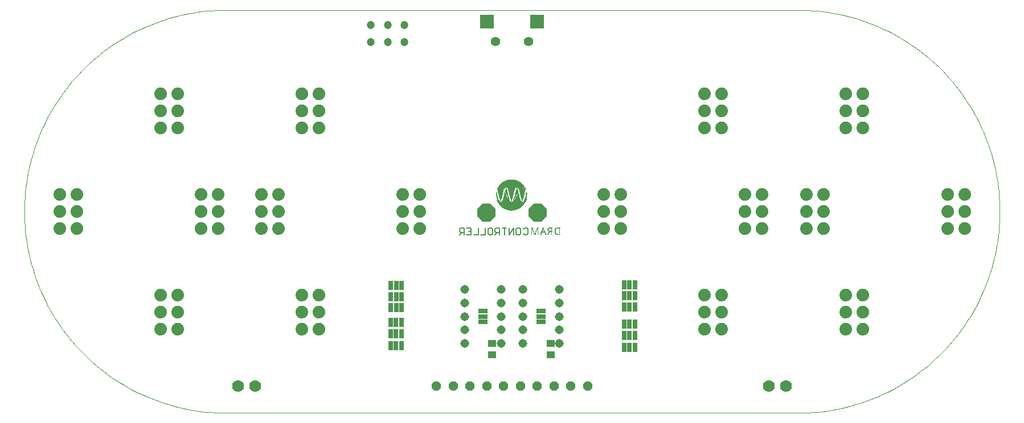
<source format=gbs>
G75*
%MOIN*%
%OFA0B0*%
%FSLAX25Y25*%
%IPPOS*%
%LPD*%
%AMOC8*
5,1,8,0,0,1.08239X$1,22.5*
%
%ADD10C,0.00000*%
%ADD11R,0.01020X0.00030*%
%ADD12R,0.01800X0.00030*%
%ADD13R,0.02310X0.00030*%
%ADD14R,0.02730X0.00030*%
%ADD15R,0.03090X0.00030*%
%ADD16R,0.03450X0.00030*%
%ADD17R,0.03750X0.00030*%
%ADD18R,0.03990X0.00030*%
%ADD19R,0.04260X0.00030*%
%ADD20R,0.04500X0.00030*%
%ADD21R,0.04710X0.00030*%
%ADD22R,0.04950X0.00030*%
%ADD23R,0.05160X0.00030*%
%ADD24R,0.05340X0.00030*%
%ADD25R,0.05550X0.00030*%
%ADD26R,0.05730X0.00030*%
%ADD27R,0.05910X0.00030*%
%ADD28R,0.06090X0.00030*%
%ADD29R,0.06210X0.00030*%
%ADD30R,0.06390X0.00030*%
%ADD31R,0.06570X0.00030*%
%ADD32R,0.06690X0.00030*%
%ADD33R,0.06870X0.00030*%
%ADD34R,0.06990X0.00030*%
%ADD35R,0.07140X0.00030*%
%ADD36R,0.07290X0.00030*%
%ADD37R,0.07410X0.00030*%
%ADD38R,0.07530X0.00030*%
%ADD39R,0.07650X0.00030*%
%ADD40R,0.07770X0.00030*%
%ADD41R,0.07920X0.00030*%
%ADD42R,0.08040X0.00030*%
%ADD43R,0.08160X0.00030*%
%ADD44R,0.08280X0.00030*%
%ADD45R,0.08370X0.00030*%
%ADD46R,0.08490X0.00030*%
%ADD47R,0.08610X0.00030*%
%ADD48R,0.08730X0.00030*%
%ADD49R,0.08850X0.00030*%
%ADD50R,0.08910X0.00030*%
%ADD51R,0.09030X0.00030*%
%ADD52R,0.09150X0.00030*%
%ADD53R,0.09270X0.00030*%
%ADD54R,0.09330X0.00030*%
%ADD55R,0.09450X0.00030*%
%ADD56R,0.09540X0.00030*%
%ADD57R,0.09630X0.00030*%
%ADD58R,0.09750X0.00030*%
%ADD59R,0.09810X0.00030*%
%ADD60R,0.09930X0.00030*%
%ADD61R,0.09990X0.00030*%
%ADD62R,0.10110X0.00030*%
%ADD63R,0.10170X0.00030*%
%ADD64R,0.10290X0.00030*%
%ADD65R,0.10350X0.00030*%
%ADD66R,0.10440X0.00030*%
%ADD67R,0.10530X0.00030*%
%ADD68R,0.10590X0.00030*%
%ADD69R,0.10710X0.00030*%
%ADD70R,0.10770X0.00030*%
%ADD71R,0.10830X0.00030*%
%ADD72R,0.10950X0.00030*%
%ADD73R,0.11010X0.00030*%
%ADD74R,0.11070X0.00030*%
%ADD75R,0.11160X0.00030*%
%ADD76R,0.11250X0.00030*%
%ADD77R,0.11310X0.00030*%
%ADD78R,0.11370X0.00030*%
%ADD79R,0.11430X0.00030*%
%ADD80R,0.11550X0.00030*%
%ADD81R,0.11610X0.00030*%
%ADD82R,0.11670X0.00030*%
%ADD83R,0.11730X0.00030*%
%ADD84R,0.11790X0.00030*%
%ADD85R,0.11910X0.00030*%
%ADD86R,0.11970X0.00030*%
%ADD87R,0.12030X0.00030*%
%ADD88R,0.12090X0.00030*%
%ADD89R,0.12150X0.00030*%
%ADD90R,0.12210X0.00030*%
%ADD91R,0.12270X0.00030*%
%ADD92R,0.12330X0.00030*%
%ADD93R,0.12390X0.00030*%
%ADD94R,0.12450X0.00030*%
%ADD95R,0.12510X0.00030*%
%ADD96R,0.12570X0.00030*%
%ADD97R,0.12630X0.00030*%
%ADD98R,0.12690X0.00030*%
%ADD99R,0.12750X0.00030*%
%ADD100R,0.12810X0.00030*%
%ADD101R,0.12870X0.00030*%
%ADD102R,0.12930X0.00030*%
%ADD103R,0.12990X0.00030*%
%ADD104R,0.13050X0.00030*%
%ADD105R,0.13110X0.00030*%
%ADD106R,0.13170X0.00030*%
%ADD107R,0.13230X0.00030*%
%ADD108R,0.13290X0.00030*%
%ADD109R,0.13350X0.00030*%
%ADD110R,0.13410X0.00030*%
%ADD111R,0.13470X0.00030*%
%ADD112R,0.13530X0.00030*%
%ADD113R,0.13590X0.00030*%
%ADD114R,0.13650X0.00030*%
%ADD115R,0.13710X0.00030*%
%ADD116R,0.13770X0.00030*%
%ADD117R,0.13830X0.00030*%
%ADD118R,0.13890X0.00030*%
%ADD119R,0.13950X0.00030*%
%ADD120R,0.14010X0.00030*%
%ADD121R,0.14070X0.00030*%
%ADD122R,0.14130X0.00030*%
%ADD123R,0.14160X0.00030*%
%ADD124R,0.14190X0.00030*%
%ADD125R,0.14250X0.00030*%
%ADD126R,0.14310X0.00030*%
%ADD127R,0.14370X0.00030*%
%ADD128R,0.14430X0.00030*%
%ADD129R,0.14490X0.00030*%
%ADD130R,0.14550X0.00030*%
%ADD131R,0.14610X0.00030*%
%ADD132R,0.14670X0.00030*%
%ADD133R,0.14700X0.00030*%
%ADD134R,0.14730X0.00030*%
%ADD135R,0.14790X0.00030*%
%ADD136R,0.14850X0.00030*%
%ADD137R,0.14910X0.00030*%
%ADD138R,0.14970X0.00030*%
%ADD139R,0.15030X0.00030*%
%ADD140R,0.15090X0.00030*%
%ADD141R,0.15150X0.00030*%
%ADD142R,0.15210X0.00030*%
%ADD143R,0.15270X0.00030*%
%ADD144R,0.15330X0.00030*%
%ADD145R,0.15390X0.00030*%
%ADD146R,0.15450X0.00030*%
%ADD147R,0.15510X0.00030*%
%ADD148R,0.15570X0.00030*%
%ADD149R,0.15630X0.00030*%
%ADD150R,0.15690X0.00030*%
%ADD151R,0.15750X0.00030*%
%ADD152R,0.15810X0.00030*%
%ADD153R,0.15870X0.00030*%
%ADD154R,0.15930X0.00030*%
%ADD155R,0.01470X0.00030*%
%ADD156R,0.06090X0.00030*%
%ADD157R,0.06060X0.00030*%
%ADD158R,0.01500X0.00030*%
%ADD159R,0.01350X0.00030*%
%ADD160R,0.01260X0.00030*%
%ADD161R,0.05520X0.00030*%
%ADD162R,0.01200X0.00030*%
%ADD163R,0.05430X0.00030*%
%ADD164R,0.05400X0.00030*%
%ADD165R,0.01230X0.00030*%
%ADD166R,0.01170X0.00030*%
%ADD167R,0.05310X0.00030*%
%ADD168R,0.05280X0.00030*%
%ADD169R,0.01140X0.00030*%
%ADD170R,0.05220X0.00030*%
%ADD171R,0.01170X0.00030*%
%ADD172R,0.01110X0.00030*%
%ADD173R,0.05130X0.00030*%
%ADD174R,0.05070X0.00030*%
%ADD175R,0.05070X0.00030*%
%ADD176R,0.01080X0.00030*%
%ADD177R,0.05010X0.00030*%
%ADD178R,0.04980X0.00030*%
%ADD179R,0.01050X0.00030*%
%ADD180R,0.04890X0.00030*%
%ADD181R,0.04830X0.00030*%
%ADD182R,0.04800X0.00030*%
%ADD183R,0.04770X0.00030*%
%ADD184R,0.04740X0.00030*%
%ADD185R,0.04680X0.00030*%
%ADD186R,0.04620X0.00030*%
%ADD187R,0.01020X0.00030*%
%ADD188R,0.04590X0.00030*%
%ADD189R,0.04560X0.00030*%
%ADD190R,0.04530X0.00030*%
%ADD191R,0.04470X0.00030*%
%ADD192R,0.04440X0.00030*%
%ADD193R,0.04410X0.00030*%
%ADD194R,0.04380X0.00030*%
%ADD195R,0.04350X0.00030*%
%ADD196R,0.00030X0.00030*%
%ADD197R,0.04320X0.00030*%
%ADD198R,0.04290X0.00030*%
%ADD199R,0.00990X0.00030*%
%ADD200R,0.00060X0.00030*%
%ADD201R,0.00090X0.00030*%
%ADD202R,0.04230X0.00030*%
%ADD203R,0.00090X0.00030*%
%ADD204R,0.04200X0.00030*%
%ADD205R,0.00990X0.00030*%
%ADD206R,0.00120X0.00030*%
%ADD207R,0.04170X0.00030*%
%ADD208R,0.00120X0.00030*%
%ADD209R,0.00150X0.00030*%
%ADD210R,0.04140X0.00030*%
%ADD211R,0.04110X0.00030*%
%ADD212R,0.00180X0.00030*%
%ADD213R,0.04080X0.00030*%
%ADD214R,0.00210X0.00030*%
%ADD215R,0.04050X0.00030*%
%ADD216R,0.04020X0.00030*%
%ADD217R,0.00240X0.00030*%
%ADD218R,0.04020X0.00030*%
%ADD219R,0.03990X0.00030*%
%ADD220R,0.00270X0.00030*%
%ADD221R,0.03960X0.00030*%
%ADD222R,0.00270X0.00030*%
%ADD223R,0.00300X0.00030*%
%ADD224R,0.03930X0.00030*%
%ADD225R,0.03900X0.00030*%
%ADD226R,0.00330X0.00030*%
%ADD227R,0.00360X0.00030*%
%ADD228R,0.03870X0.00030*%
%ADD229R,0.03840X0.00030*%
%ADD230R,0.03840X0.00030*%
%ADD231R,0.03810X0.00030*%
%ADD232R,0.00390X0.00030*%
%ADD233R,0.03780X0.00030*%
%ADD234R,0.00390X0.00030*%
%ADD235R,0.00420X0.00030*%
%ADD236R,0.00420X0.00030*%
%ADD237R,0.00450X0.00030*%
%ADD238R,0.03720X0.00030*%
%ADD239R,0.00480X0.00030*%
%ADD240R,0.03690X0.00030*%
%ADD241R,0.03660X0.00030*%
%ADD242R,0.03630X0.00030*%
%ADD243R,0.00510X0.00030*%
%ADD244R,0.03600X0.00030*%
%ADD245R,0.00540X0.00030*%
%ADD246R,0.03570X0.00030*%
%ADD247R,0.03540X0.00030*%
%ADD248R,0.00570X0.00030*%
%ADD249R,0.00570X0.00030*%
%ADD250R,0.03510X0.00030*%
%ADD251R,0.00600X0.00030*%
%ADD252R,0.03480X0.00030*%
%ADD253R,0.00630X0.00030*%
%ADD254R,0.00660X0.00030*%
%ADD255R,0.03420X0.00030*%
%ADD256R,0.03390X0.00030*%
%ADD257R,0.03390X0.00030*%
%ADD258R,0.00690X0.00030*%
%ADD259R,0.03360X0.00030*%
%ADD260R,0.00690X0.00030*%
%ADD261R,0.00720X0.00030*%
%ADD262R,0.03330X0.00030*%
%ADD263R,0.00720X0.00030*%
%ADD264R,0.03300X0.00030*%
%ADD265R,0.00750X0.00030*%
%ADD266R,0.03270X0.00030*%
%ADD267R,0.00780X0.00030*%
%ADD268R,0.03240X0.00030*%
%ADD269R,0.03210X0.00030*%
%ADD270R,0.00810X0.00030*%
%ADD271R,0.03180X0.00030*%
%ADD272R,0.00840X0.00030*%
%ADD273R,0.03150X0.00030*%
%ADD274R,0.03120X0.00030*%
%ADD275R,0.00960X0.00030*%
%ADD276R,0.03120X0.00030*%
%ADD277R,0.00240X0.00030*%
%ADD278R,0.03090X0.00030*%
%ADD279R,0.00870X0.00030*%
%ADD280R,0.00870X0.00030*%
%ADD281R,0.03060X0.00030*%
%ADD282R,0.00900X0.00030*%
%ADD283R,0.03030X0.00030*%
%ADD284R,0.03000X0.00030*%
%ADD285R,0.00930X0.00030*%
%ADD286R,0.02970X0.00030*%
%ADD287R,0.02940X0.00030*%
%ADD288R,0.02940X0.00030*%
%ADD289R,0.02910X0.00030*%
%ADD290R,0.02880X0.00030*%
%ADD291R,0.02850X0.00030*%
%ADD292R,0.02820X0.00030*%
%ADD293R,0.02790X0.00030*%
%ADD294R,0.02760X0.00030*%
%ADD295R,0.02700X0.00030*%
%ADD296R,0.02670X0.00030*%
%ADD297R,0.02670X0.00030*%
%ADD298R,0.02640X0.00030*%
%ADD299R,0.02610X0.00030*%
%ADD300R,0.02580X0.00030*%
%ADD301R,0.02550X0.00030*%
%ADD302R,0.02520X0.00030*%
%ADD303R,0.02490X0.00030*%
%ADD304R,0.01290X0.00030*%
%ADD305R,0.02490X0.00030*%
%ADD306R,0.02460X0.00030*%
%ADD307R,0.02430X0.00030*%
%ADD308R,0.01290X0.00030*%
%ADD309R,0.01320X0.00030*%
%ADD310R,0.01320X0.00030*%
%ADD311R,0.02400X0.00030*%
%ADD312R,0.02370X0.00030*%
%ADD313R,0.02340X0.00030*%
%ADD314R,0.01380X0.00030*%
%ADD315R,0.01410X0.00030*%
%ADD316R,0.02280X0.00030*%
%ADD317R,0.01440X0.00030*%
%ADD318R,0.02250X0.00030*%
%ADD319R,0.00540X0.00030*%
%ADD320R,0.02220X0.00030*%
%ADD321R,0.02220X0.00030*%
%ADD322R,0.01470X0.00030*%
%ADD323R,0.02190X0.00030*%
%ADD324R,0.02160X0.00030*%
%ADD325R,0.02130X0.00030*%
%ADD326R,0.01530X0.00030*%
%ADD327R,0.02100X0.00030*%
%ADD328R,0.01560X0.00030*%
%ADD329R,0.02070X0.00030*%
%ADD330R,0.02040X0.00030*%
%ADD331R,0.02040X0.00030*%
%ADD332R,0.01590X0.00030*%
%ADD333R,0.02010X0.00030*%
%ADD334R,0.01590X0.00030*%
%ADD335R,0.01620X0.00030*%
%ADD336R,0.01980X0.00030*%
%ADD337R,0.01620X0.00030*%
%ADD338R,0.01950X0.00030*%
%ADD339R,0.01650X0.00030*%
%ADD340R,0.01920X0.00030*%
%ADD341R,0.01680X0.00030*%
%ADD342R,0.01890X0.00030*%
%ADD343R,0.01860X0.00030*%
%ADD344R,0.01710X0.00030*%
%ADD345R,0.01830X0.00030*%
%ADD346R,0.01740X0.00030*%
%ADD347R,0.01770X0.00030*%
%ADD348R,0.01770X0.00030*%
%ADD349R,0.01890X0.00030*%
%ADD350R,0.01920X0.00030*%
%ADD351R,0.00840X0.00030*%
%ADD352R,0.02070X0.00030*%
%ADD353R,0.01140X0.00030*%
%ADD354R,0.02190X0.00030*%
%ADD355R,0.02370X0.00030*%
%ADD356R,0.02520X0.00030*%
%ADD357R,0.02790X0.00030*%
%ADD358R,0.02820X0.00030*%
%ADD359R,0.02970X0.00030*%
%ADD360R,0.03270X0.00030*%
%ADD361R,0.03420X0.00030*%
%ADD362R,0.03690X0.00030*%
%ADD363R,0.04290X0.00030*%
%ADD364R,0.04650X0.00030*%
%ADD365R,0.04890X0.00030*%
%ADD366R,0.04920X0.00030*%
%ADD367R,0.05040X0.00030*%
%ADD368R,0.05100X0.00030*%
%ADD369R,0.05190X0.00030*%
%ADD370R,0.05250X0.00030*%
%ADD371R,0.05370X0.00030*%
%ADD372R,0.05490X0.00030*%
%ADD373R,0.04170X0.00030*%
%ADD374R,0.05640X0.00030*%
%ADD375R,0.05880X0.00030*%
%ADD376R,0.15360X0.00030*%
%ADD377R,0.14100X0.00030*%
%ADD378R,0.11850X0.00030*%
%ADD379R,0.11490X0.00030*%
%ADD380R,0.11130X0.00030*%
%ADD381R,0.10890X0.00030*%
%ADD382R,0.10650X0.00030*%
%ADD383R,0.10410X0.00030*%
%ADD384R,0.10230X0.00030*%
%ADD385R,0.09900X0.00030*%
%ADD386R,0.09690X0.00030*%
%ADD387R,0.09510X0.00030*%
%ADD388R,0.09210X0.00030*%
%ADD389R,0.08790X0.00030*%
%ADD390R,0.08250X0.00030*%
%ADD391R,0.08130X0.00030*%
%ADD392R,0.08010X0.00030*%
%ADD393R,0.07890X0.00030*%
%ADD394R,0.07260X0.00030*%
%ADD395R,0.07110X0.00030*%
%ADD396R,0.06810X0.00030*%
%ADD397R,0.06510X0.00030*%
%ADD398R,0.06030X0.00030*%
%ADD399R,0.05700X0.00030*%
%ADD400R,0.04470X0.00030*%
%ADD401R,0.00300X0.00050*%
%ADD402R,0.00200X0.00050*%
%ADD403R,0.00250X0.00050*%
%ADD404R,0.00350X0.00050*%
%ADD405R,0.01400X0.00050*%
%ADD406R,0.01700X0.00050*%
%ADD407R,0.01900X0.00050*%
%ADD408R,0.02050X0.00050*%
%ADD409R,0.02150X0.00050*%
%ADD410R,0.00400X0.00050*%
%ADD411R,0.00900X0.00050*%
%ADD412R,0.00450X0.00050*%
%ADD413R,0.00700X0.00050*%
%ADD414R,0.00500X0.00050*%
%ADD415R,0.00600X0.00050*%
%ADD416R,0.00550X0.00050*%
%ADD417R,0.02350X0.00050*%
%ADD418R,0.02300X0.00050*%
%ADD419R,0.02250X0.00050*%
%ADD420R,0.02200X0.00050*%
%ADD421R,0.01650X0.00050*%
%ADD422R,0.01800X0.00050*%
%ADD423R,0.00750X0.00050*%
%ADD424R,0.00650X0.00050*%
%ADD425R,0.00850X0.00050*%
%ADD426R,0.02000X0.00050*%
%ADD427R,0.01750X0.00050*%
%ADD428R,0.01500X0.00050*%
%ADD429R,0.00150X0.00050*%
%ADD430C,0.00600*%
%ADD431R,0.05400X0.02900*%
%ADD432R,0.02900X0.05400*%
%ADD433C,0.07400*%
%ADD434R,0.08274X0.08274*%
%ADD435C,0.05550*%
%ADD436OC8,0.10400*%
%ADD437OC8,0.05600*%
%ADD438C,0.07000*%
%ADD439C,0.05156*%
%ADD440C,0.04731*%
%ADD441R,0.04731X0.04337*%
D10*
X0191692Y0005402D02*
X0526337Y0005402D01*
X0644447Y0123513D02*
X0644413Y0126367D01*
X0644309Y0129219D01*
X0644137Y0132068D01*
X0643896Y0134912D01*
X0643586Y0137750D01*
X0643208Y0140579D01*
X0642761Y0143398D01*
X0642247Y0146205D01*
X0641664Y0148999D01*
X0641015Y0151779D01*
X0640298Y0154541D01*
X0639515Y0157286D01*
X0638666Y0160011D01*
X0637752Y0162715D01*
X0636772Y0165395D01*
X0635727Y0168052D01*
X0634619Y0170682D01*
X0633448Y0173285D01*
X0632214Y0175858D01*
X0630918Y0178401D01*
X0629561Y0180913D01*
X0628144Y0183390D01*
X0626668Y0185833D01*
X0625132Y0188239D01*
X0623540Y0190607D01*
X0621890Y0192936D01*
X0620185Y0195225D01*
X0618424Y0197472D01*
X0616610Y0199675D01*
X0614744Y0201834D01*
X0612825Y0203948D01*
X0610856Y0206014D01*
X0608838Y0208032D01*
X0606772Y0210001D01*
X0604658Y0211920D01*
X0602499Y0213786D01*
X0600296Y0215600D01*
X0598049Y0217361D01*
X0595760Y0219066D01*
X0593431Y0220716D01*
X0591063Y0222308D01*
X0588657Y0223844D01*
X0586214Y0225320D01*
X0583737Y0226737D01*
X0581225Y0228094D01*
X0578682Y0229390D01*
X0576109Y0230624D01*
X0573506Y0231795D01*
X0570876Y0232903D01*
X0568219Y0233948D01*
X0565539Y0234928D01*
X0562835Y0235842D01*
X0560110Y0236691D01*
X0557365Y0237474D01*
X0554603Y0238191D01*
X0551823Y0238840D01*
X0549029Y0239423D01*
X0546222Y0239937D01*
X0543403Y0240384D01*
X0540574Y0240762D01*
X0537736Y0241072D01*
X0534892Y0241313D01*
X0532043Y0241485D01*
X0529191Y0241589D01*
X0526337Y0241623D01*
X0191692Y0241623D01*
X0188838Y0241589D01*
X0185986Y0241485D01*
X0183137Y0241313D01*
X0180293Y0241072D01*
X0177455Y0240762D01*
X0174626Y0240384D01*
X0171807Y0239937D01*
X0169000Y0239423D01*
X0166206Y0238840D01*
X0163426Y0238191D01*
X0160664Y0237474D01*
X0157919Y0236691D01*
X0155194Y0235842D01*
X0152490Y0234928D01*
X0149810Y0233948D01*
X0147153Y0232903D01*
X0144523Y0231795D01*
X0141920Y0230624D01*
X0139347Y0229390D01*
X0136804Y0228094D01*
X0134292Y0226737D01*
X0131815Y0225320D01*
X0129372Y0223844D01*
X0126966Y0222308D01*
X0124598Y0220716D01*
X0122269Y0219066D01*
X0119980Y0217361D01*
X0117733Y0215600D01*
X0115530Y0213786D01*
X0113371Y0211920D01*
X0111257Y0210001D01*
X0109191Y0208032D01*
X0107173Y0206014D01*
X0105204Y0203948D01*
X0103285Y0201834D01*
X0101419Y0199675D01*
X0099605Y0197472D01*
X0097844Y0195225D01*
X0096139Y0192936D01*
X0094489Y0190607D01*
X0092897Y0188239D01*
X0091361Y0185833D01*
X0089885Y0183390D01*
X0088468Y0180913D01*
X0087111Y0178401D01*
X0085815Y0175858D01*
X0084581Y0173285D01*
X0083410Y0170682D01*
X0082302Y0168052D01*
X0081257Y0165395D01*
X0080277Y0162715D01*
X0079363Y0160011D01*
X0078514Y0157286D01*
X0077731Y0154541D01*
X0077014Y0151779D01*
X0076365Y0148999D01*
X0075782Y0146205D01*
X0075268Y0143398D01*
X0074821Y0140579D01*
X0074443Y0137750D01*
X0074133Y0134912D01*
X0073892Y0132068D01*
X0073720Y0129219D01*
X0073616Y0126367D01*
X0073582Y0123513D01*
X0073616Y0120659D01*
X0073720Y0117807D01*
X0073892Y0114958D01*
X0074133Y0112114D01*
X0074443Y0109276D01*
X0074821Y0106447D01*
X0075268Y0103628D01*
X0075782Y0100821D01*
X0076365Y0098027D01*
X0077014Y0095247D01*
X0077731Y0092485D01*
X0078514Y0089740D01*
X0079363Y0087015D01*
X0080277Y0084311D01*
X0081257Y0081631D01*
X0082302Y0078974D01*
X0083410Y0076344D01*
X0084581Y0073741D01*
X0085815Y0071168D01*
X0087111Y0068625D01*
X0088468Y0066113D01*
X0089885Y0063636D01*
X0091361Y0061193D01*
X0092897Y0058787D01*
X0094489Y0056419D01*
X0096139Y0054090D01*
X0097844Y0051801D01*
X0099605Y0049554D01*
X0101419Y0047351D01*
X0103285Y0045192D01*
X0105204Y0043078D01*
X0107173Y0041012D01*
X0109191Y0038994D01*
X0111257Y0037025D01*
X0113371Y0035106D01*
X0115530Y0033240D01*
X0117733Y0031426D01*
X0119980Y0029665D01*
X0122269Y0027960D01*
X0124598Y0026310D01*
X0126966Y0024718D01*
X0129372Y0023182D01*
X0131815Y0021706D01*
X0134292Y0020289D01*
X0136804Y0018932D01*
X0139347Y0017636D01*
X0141920Y0016402D01*
X0144523Y0015231D01*
X0147153Y0014123D01*
X0149810Y0013078D01*
X0152490Y0012098D01*
X0155194Y0011184D01*
X0157919Y0010335D01*
X0160664Y0009552D01*
X0163426Y0008835D01*
X0166206Y0008186D01*
X0169000Y0007603D01*
X0171807Y0007089D01*
X0174626Y0006642D01*
X0177455Y0006264D01*
X0180293Y0005954D01*
X0183137Y0005713D01*
X0185986Y0005541D01*
X0188838Y0005437D01*
X0191692Y0005403D01*
X0526337Y0005403D02*
X0529191Y0005437D01*
X0532043Y0005541D01*
X0534892Y0005713D01*
X0537736Y0005954D01*
X0540574Y0006264D01*
X0543403Y0006642D01*
X0546222Y0007089D01*
X0549029Y0007603D01*
X0551823Y0008186D01*
X0554603Y0008835D01*
X0557365Y0009552D01*
X0560110Y0010335D01*
X0562835Y0011184D01*
X0565539Y0012098D01*
X0568219Y0013078D01*
X0570876Y0014123D01*
X0573506Y0015231D01*
X0576109Y0016402D01*
X0578682Y0017636D01*
X0581225Y0018932D01*
X0583737Y0020289D01*
X0586214Y0021706D01*
X0588657Y0023182D01*
X0591063Y0024718D01*
X0593431Y0026310D01*
X0595760Y0027960D01*
X0598049Y0029665D01*
X0600296Y0031426D01*
X0602499Y0033240D01*
X0604658Y0035106D01*
X0606772Y0037025D01*
X0608838Y0038994D01*
X0610856Y0041012D01*
X0612825Y0043078D01*
X0614744Y0045192D01*
X0616610Y0047351D01*
X0618424Y0049554D01*
X0620185Y0051801D01*
X0621890Y0054090D01*
X0623540Y0056419D01*
X0625132Y0058787D01*
X0626668Y0061193D01*
X0628144Y0063636D01*
X0629561Y0066113D01*
X0630918Y0068625D01*
X0632214Y0071168D01*
X0633448Y0073741D01*
X0634619Y0076344D01*
X0635727Y0078974D01*
X0636772Y0081631D01*
X0637752Y0084311D01*
X0638666Y0087015D01*
X0639515Y0089740D01*
X0640298Y0092485D01*
X0641015Y0095247D01*
X0641664Y0098027D01*
X0642247Y0100821D01*
X0642761Y0103628D01*
X0643208Y0106447D01*
X0643586Y0109276D01*
X0643896Y0112114D01*
X0644137Y0114958D01*
X0644309Y0117807D01*
X0644413Y0120659D01*
X0644447Y0123513D01*
D11*
X0367001Y0130845D03*
X0366971Y0130725D03*
X0366911Y0130545D03*
X0366911Y0130515D03*
X0366851Y0130335D03*
X0366851Y0130305D03*
X0366821Y0130245D03*
X0366821Y0130215D03*
X0366761Y0130065D03*
X0366761Y0130035D03*
X0366701Y0129885D03*
X0366671Y0129825D03*
X0366671Y0129795D03*
X0366611Y0129675D03*
X0366611Y0129645D03*
X0366551Y0129525D03*
X0366551Y0129495D03*
X0366521Y0129465D03*
X0366521Y0129435D03*
X0366461Y0129315D03*
X0362561Y0133095D03*
X0362561Y0133125D03*
X0361301Y0133395D03*
X0361901Y0135675D03*
X0361901Y0135705D03*
X0356111Y0133515D03*
X0356111Y0133485D03*
X0354911Y0133095D03*
X0358721Y0130695D03*
X0358721Y0130665D03*
X0351101Y0129135D03*
X0351071Y0129195D03*
X0351011Y0129285D03*
X0351011Y0129315D03*
X0350951Y0129435D03*
X0350921Y0129495D03*
X0358751Y0123975D03*
X0354101Y0136935D03*
D12*
X0355031Y0132045D03*
X0355031Y0132015D03*
X0352391Y0132135D03*
X0352391Y0132165D03*
X0352391Y0132195D03*
X0358721Y0132195D03*
X0358721Y0132165D03*
X0358721Y0132135D03*
X0358751Y0124005D03*
D13*
X0358736Y0124035D03*
X0362336Y0131325D03*
X0362336Y0131355D03*
X0365066Y0133185D03*
X0365066Y0133215D03*
X0365066Y0133245D03*
X0365066Y0133275D03*
X0365066Y0136515D03*
X0358736Y0133245D03*
X0358736Y0133215D03*
X0355106Y0131355D03*
X0352376Y0133215D03*
X0352376Y0133245D03*
X0353876Y0137475D03*
D14*
X0352376Y0134115D03*
X0358736Y0134115D03*
X0365066Y0134115D03*
X0365066Y0134145D03*
X0365066Y0134085D03*
X0365066Y0134055D03*
X0365066Y0136215D03*
X0365066Y0136245D03*
X0362276Y0130845D03*
X0362276Y0130815D03*
X0355196Y0130845D03*
X0358736Y0124065D03*
X0358736Y0141885D03*
D15*
X0358736Y0141855D03*
X0358736Y0134835D03*
X0358736Y0124095D03*
D16*
X0358736Y0124125D03*
X0355316Y0130065D03*
X0362156Y0130065D03*
X0365066Y0135465D03*
X0365066Y0135495D03*
X0365066Y0135525D03*
X0365066Y0135555D03*
X0365066Y0135645D03*
X0365066Y0135675D03*
X0358736Y0135495D03*
X0352376Y0135495D03*
X0358736Y0141825D03*
D17*
X0358736Y0136005D03*
X0362096Y0129795D03*
X0355346Y0129795D03*
X0358736Y0124155D03*
D18*
X0358736Y0124185D03*
X0358736Y0136365D03*
X0358736Y0141765D03*
D19*
X0358721Y0136725D03*
X0355451Y0129405D03*
X0362021Y0129405D03*
X0358751Y0124215D03*
D20*
X0358751Y0124245D03*
X0355481Y0129255D03*
X0358721Y0136965D03*
X0358721Y0136995D03*
D21*
X0358736Y0137175D03*
X0358736Y0141675D03*
X0358736Y0124275D03*
D22*
X0358736Y0124305D03*
X0355556Y0129045D03*
D23*
X0361901Y0128955D03*
X0358751Y0124335D03*
D24*
X0358751Y0124365D03*
D25*
X0358736Y0124395D03*
X0355556Y0128835D03*
D26*
X0355556Y0128805D03*
X0361886Y0128805D03*
X0358736Y0124425D03*
D27*
X0358736Y0124455D03*
X0358736Y0141495D03*
D28*
X0358736Y0124485D03*
D29*
X0358736Y0124515D03*
X0358736Y0141435D03*
D30*
X0358736Y0141405D03*
X0358736Y0124545D03*
D31*
X0358736Y0124575D03*
D32*
X0358736Y0124605D03*
X0358736Y0141345D03*
D33*
X0358736Y0124635D03*
D34*
X0358736Y0124665D03*
X0358736Y0141285D03*
D35*
X0358751Y0124695D03*
D36*
X0358736Y0124725D03*
D37*
X0358736Y0124755D03*
X0358736Y0141195D03*
D38*
X0358736Y0141165D03*
X0358736Y0124785D03*
D39*
X0358736Y0124815D03*
X0358736Y0141135D03*
D40*
X0358736Y0141105D03*
X0358736Y0124845D03*
D41*
X0358751Y0124875D03*
D42*
X0358751Y0124905D03*
D43*
X0358751Y0124935D03*
D44*
X0358751Y0124965D03*
D45*
X0358736Y0124995D03*
X0358736Y0140955D03*
D46*
X0358736Y0140925D03*
X0358736Y0125025D03*
D47*
X0358736Y0125055D03*
X0358736Y0140895D03*
D48*
X0358736Y0140865D03*
X0358736Y0125085D03*
D49*
X0358736Y0125115D03*
D50*
X0358736Y0125145D03*
X0358736Y0140805D03*
D51*
X0358736Y0140775D03*
X0358736Y0125175D03*
D52*
X0358736Y0125205D03*
X0358736Y0140745D03*
D53*
X0358736Y0125235D03*
D54*
X0358736Y0125265D03*
X0358736Y0140685D03*
D55*
X0358736Y0140655D03*
X0358736Y0125295D03*
D56*
X0358751Y0125325D03*
D57*
X0358736Y0125355D03*
X0358736Y0140595D03*
D58*
X0358736Y0125385D03*
D59*
X0358736Y0125415D03*
X0358736Y0140535D03*
D60*
X0358736Y0125445D03*
D61*
X0358736Y0125475D03*
X0358736Y0140475D03*
D62*
X0358736Y0140445D03*
X0358736Y0125505D03*
D63*
X0358736Y0125535D03*
X0358736Y0140415D03*
D64*
X0358736Y0125565D03*
D65*
X0358736Y0125595D03*
X0358736Y0140355D03*
D66*
X0358751Y0125625D03*
D67*
X0358736Y0125655D03*
X0358736Y0140295D03*
D68*
X0358736Y0140265D03*
X0358736Y0125685D03*
D69*
X0358736Y0125715D03*
D70*
X0358736Y0125745D03*
X0358736Y0140205D03*
D71*
X0358736Y0140175D03*
X0358736Y0125775D03*
D72*
X0358736Y0125805D03*
D73*
X0358736Y0125835D03*
X0358736Y0140115D03*
D74*
X0358736Y0140085D03*
X0358736Y0125865D03*
D75*
X0358751Y0125895D03*
D76*
X0358736Y0125925D03*
X0358736Y0140025D03*
D77*
X0358736Y0139995D03*
X0358736Y0125955D03*
D78*
X0358736Y0125985D03*
X0358736Y0139965D03*
D79*
X0358736Y0139935D03*
X0358736Y0126015D03*
D80*
X0358736Y0126045D03*
D81*
X0358736Y0126075D03*
X0358736Y0139875D03*
D82*
X0358736Y0139845D03*
X0358736Y0126105D03*
D83*
X0358736Y0126135D03*
X0358736Y0139815D03*
D84*
X0358736Y0139785D03*
X0358736Y0126165D03*
D85*
X0358736Y0126195D03*
X0358736Y0139725D03*
D86*
X0358736Y0126225D03*
D87*
X0358736Y0126255D03*
X0358736Y0139695D03*
D88*
X0358736Y0139665D03*
X0358736Y0126285D03*
D89*
X0358736Y0126315D03*
X0358736Y0139635D03*
D90*
X0358736Y0139605D03*
X0358736Y0126345D03*
D91*
X0358736Y0126375D03*
X0358736Y0139575D03*
D92*
X0358736Y0139545D03*
X0358736Y0126405D03*
D93*
X0358736Y0126435D03*
X0358736Y0139515D03*
D94*
X0358736Y0139485D03*
X0358736Y0126465D03*
D95*
X0358736Y0126495D03*
X0358736Y0139455D03*
D96*
X0358736Y0139425D03*
X0358736Y0126525D03*
D97*
X0358736Y0126555D03*
X0358736Y0139395D03*
D98*
X0358736Y0139365D03*
X0358736Y0126585D03*
D99*
X0358736Y0126615D03*
X0358736Y0139335D03*
D100*
X0358736Y0139305D03*
X0358736Y0126645D03*
D101*
X0358736Y0126675D03*
X0358736Y0139275D03*
D102*
X0358736Y0139245D03*
X0358736Y0126705D03*
D103*
X0358736Y0126735D03*
X0358736Y0139215D03*
D104*
X0358736Y0139185D03*
X0358736Y0126765D03*
D105*
X0358736Y0126795D03*
X0358736Y0139155D03*
D106*
X0358736Y0139125D03*
X0358736Y0126825D03*
D107*
X0358736Y0126855D03*
X0358736Y0139095D03*
D108*
X0358736Y0139065D03*
X0358736Y0126885D03*
D109*
X0358736Y0126915D03*
X0358736Y0139035D03*
D110*
X0358736Y0139005D03*
X0358736Y0126945D03*
D111*
X0358736Y0126975D03*
X0358736Y0138945D03*
X0358736Y0138975D03*
D112*
X0358736Y0138915D03*
X0358736Y0127005D03*
D113*
X0358736Y0127035D03*
X0358736Y0127065D03*
X0358736Y0138885D03*
D114*
X0358736Y0138855D03*
X0358736Y0127095D03*
D115*
X0358736Y0127125D03*
X0358736Y0138825D03*
D116*
X0358736Y0138795D03*
X0358736Y0127155D03*
D117*
X0358736Y0127185D03*
X0358736Y0138735D03*
X0358736Y0138765D03*
D118*
X0358736Y0138705D03*
X0358736Y0127245D03*
X0358736Y0127215D03*
D119*
X0358736Y0127275D03*
X0358736Y0138675D03*
D120*
X0358736Y0138645D03*
X0358736Y0127305D03*
D121*
X0358736Y0127335D03*
X0358736Y0138615D03*
D122*
X0358736Y0138555D03*
X0358736Y0127365D03*
D123*
X0358751Y0127395D03*
D124*
X0358736Y0127425D03*
X0358736Y0138525D03*
D125*
X0358736Y0138495D03*
X0358736Y0127455D03*
D126*
X0358736Y0127485D03*
X0358736Y0138435D03*
X0358736Y0138465D03*
D127*
X0358736Y0138405D03*
X0358736Y0127545D03*
X0358736Y0127515D03*
D128*
X0358736Y0127575D03*
X0358736Y0138375D03*
D129*
X0358736Y0138345D03*
X0358736Y0138315D03*
X0358736Y0127605D03*
D130*
X0358736Y0127635D03*
X0358736Y0127665D03*
X0358736Y0138285D03*
D131*
X0358736Y0138255D03*
X0358736Y0127695D03*
D132*
X0358736Y0127725D03*
X0358736Y0138195D03*
X0358736Y0138225D03*
D133*
X0358751Y0127755D03*
D134*
X0358736Y0127785D03*
X0358736Y0138165D03*
D135*
X0358736Y0138135D03*
X0358736Y0138105D03*
X0358736Y0127815D03*
D136*
X0358736Y0127845D03*
X0358736Y0127875D03*
X0358736Y0138075D03*
D137*
X0358736Y0138045D03*
X0358736Y0138015D03*
X0358736Y0127905D03*
D138*
X0358736Y0127935D03*
X0358736Y0127965D03*
X0358736Y0137985D03*
D139*
X0358736Y0137955D03*
X0358736Y0137925D03*
X0358736Y0127995D03*
D140*
X0358736Y0128025D03*
X0358736Y0128055D03*
X0358736Y0137895D03*
D141*
X0358736Y0137865D03*
X0358736Y0137835D03*
X0358736Y0128085D03*
D142*
X0358736Y0128115D03*
X0358736Y0128145D03*
X0358736Y0137805D03*
D143*
X0358736Y0137775D03*
X0358736Y0137745D03*
X0358736Y0128205D03*
X0358736Y0128175D03*
D144*
X0358736Y0128235D03*
X0358736Y0137715D03*
D145*
X0358736Y0137655D03*
X0358736Y0128295D03*
X0358736Y0128265D03*
D146*
X0358736Y0128325D03*
X0358736Y0137625D03*
D147*
X0358736Y0128385D03*
X0358736Y0128355D03*
D148*
X0358736Y0128415D03*
X0358736Y0128445D03*
D149*
X0358736Y0128475D03*
X0358736Y0128505D03*
D150*
X0358736Y0128535D03*
D151*
X0358736Y0128565D03*
X0358736Y0128595D03*
D152*
X0358736Y0128625D03*
X0358736Y0128655D03*
D153*
X0358736Y0128685D03*
X0358736Y0128715D03*
D154*
X0358736Y0128745D03*
D155*
X0365066Y0131475D03*
X0365066Y0131505D03*
X0365066Y0131535D03*
X0365066Y0131565D03*
X0365066Y0136995D03*
X0351506Y0128775D03*
D156*
X0355556Y0128775D03*
D157*
X0361901Y0128775D03*
D158*
X0362471Y0132405D03*
X0362471Y0132435D03*
X0358721Y0131595D03*
X0358721Y0131565D03*
X0358721Y0131535D03*
X0354971Y0132435D03*
X0352391Y0131595D03*
X0352391Y0131565D03*
X0352391Y0131535D03*
X0363431Y0137205D03*
X0365951Y0128775D03*
D159*
X0366056Y0128805D03*
X0365066Y0131235D03*
X0365066Y0131265D03*
X0365066Y0131295D03*
X0365066Y0131325D03*
X0361796Y0134745D03*
X0361826Y0134805D03*
X0361826Y0134835D03*
X0361856Y0134895D03*
X0361886Y0135105D03*
X0363416Y0137145D03*
X0365066Y0137055D03*
X0358736Y0131295D03*
X0358736Y0131265D03*
X0354956Y0132615D03*
X0354956Y0132645D03*
X0355646Y0134775D03*
X0355646Y0134805D03*
X0355616Y0134835D03*
X0355616Y0134865D03*
X0355556Y0135075D03*
X0355556Y0135105D03*
X0355556Y0135135D03*
X0352376Y0131295D03*
X0352376Y0131265D03*
X0351416Y0128805D03*
D160*
X0351371Y0128835D03*
X0352391Y0131085D03*
X0352391Y0131115D03*
X0352391Y0131145D03*
X0354941Y0132735D03*
X0354941Y0132765D03*
X0354941Y0132795D03*
X0355781Y0134415D03*
X0355781Y0134445D03*
X0355751Y0134475D03*
X0355751Y0134505D03*
X0354071Y0137085D03*
X0352391Y0137085D03*
X0351581Y0137505D03*
X0361661Y0134415D03*
X0361661Y0134385D03*
X0361691Y0134445D03*
X0361691Y0134475D03*
X0361901Y0135255D03*
X0361901Y0135285D03*
X0363401Y0137085D03*
X0365891Y0137505D03*
X0358721Y0131145D03*
X0358721Y0131115D03*
X0358721Y0131085D03*
X0366101Y0128835D03*
D161*
X0361901Y0128835D03*
X0358751Y0141555D03*
D162*
X0354071Y0137055D03*
X0355841Y0134265D03*
X0355841Y0134235D03*
X0355871Y0134205D03*
X0355871Y0134175D03*
X0354941Y0132855D03*
X0354941Y0132825D03*
X0352391Y0131025D03*
X0352391Y0130995D03*
X0351311Y0128865D03*
X0358721Y0130995D03*
X0358721Y0131025D03*
X0362531Y0132825D03*
X0362531Y0132855D03*
X0362531Y0132885D03*
X0361571Y0134145D03*
X0361601Y0134205D03*
X0361601Y0134235D03*
X0361901Y0135345D03*
X0361901Y0135375D03*
X0361901Y0135405D03*
X0366191Y0128895D03*
D163*
X0355556Y0128865D03*
D164*
X0361901Y0128865D03*
D165*
X0365066Y0131025D03*
X0365066Y0131055D03*
X0365066Y0131085D03*
X0366146Y0128865D03*
X0362516Y0132765D03*
X0362516Y0132795D03*
X0361616Y0134265D03*
X0361616Y0134295D03*
X0361646Y0134325D03*
X0361646Y0134355D03*
X0361886Y0135315D03*
X0363386Y0137055D03*
X0365066Y0137085D03*
X0355826Y0134325D03*
X0355826Y0134295D03*
X0355796Y0134355D03*
X0355796Y0134385D03*
X0355556Y0135285D03*
X0355556Y0135315D03*
X0355556Y0135345D03*
X0355556Y0135375D03*
X0352376Y0131055D03*
X0358736Y0131055D03*
D166*
X0358736Y0130965D03*
X0358736Y0130935D03*
X0354926Y0132885D03*
X0354926Y0132915D03*
X0355886Y0134115D03*
X0355886Y0134145D03*
X0354086Y0137025D03*
X0352376Y0137115D03*
X0361886Y0135435D03*
X0361586Y0134175D03*
X0361526Y0134025D03*
X0363386Y0137025D03*
X0352376Y0130965D03*
X0352376Y0130935D03*
X0351296Y0128895D03*
D167*
X0355556Y0128895D03*
X0358736Y0141585D03*
D168*
X0361901Y0128895D03*
D169*
X0358721Y0130875D03*
X0358721Y0130905D03*
X0362531Y0132915D03*
X0362531Y0132945D03*
X0361481Y0133905D03*
X0361541Y0134055D03*
X0361901Y0135465D03*
X0361901Y0135495D03*
X0363371Y0136995D03*
X0365981Y0137475D03*
X0355931Y0134025D03*
X0355931Y0133995D03*
X0352391Y0130905D03*
X0352391Y0130875D03*
X0351251Y0128925D03*
X0366251Y0128955D03*
D170*
X0361901Y0128925D03*
X0355571Y0128925D03*
D171*
X0355916Y0134055D03*
X0355916Y0134085D03*
X0355556Y0135405D03*
X0355556Y0135435D03*
X0355556Y0135465D03*
X0361556Y0134115D03*
X0361556Y0134085D03*
X0365066Y0137115D03*
X0365066Y0130995D03*
X0365066Y0130965D03*
X0365066Y0130935D03*
X0365066Y0130905D03*
X0366206Y0128925D03*
D172*
X0366266Y0128985D03*
X0366296Y0129015D03*
X0365066Y0130815D03*
X0365066Y0130845D03*
X0365066Y0130875D03*
X0362546Y0132975D03*
X0362546Y0133005D03*
X0361436Y0133785D03*
X0361466Y0133845D03*
X0361466Y0133875D03*
X0361496Y0133935D03*
X0361886Y0135525D03*
X0365066Y0137145D03*
X0355976Y0133905D03*
X0355976Y0133875D03*
X0356006Y0133845D03*
X0356006Y0133815D03*
X0356006Y0133785D03*
X0354926Y0132975D03*
X0355556Y0135495D03*
X0355556Y0135525D03*
X0355556Y0135555D03*
X0355556Y0135585D03*
X0354086Y0136995D03*
X0351476Y0137475D03*
X0352376Y0130845D03*
X0351206Y0128985D03*
X0351236Y0128955D03*
X0358736Y0130845D03*
D173*
X0355556Y0128955D03*
X0358736Y0141615D03*
D174*
X0355556Y0128985D03*
D175*
X0361886Y0128985D03*
D176*
X0358721Y0130785D03*
X0358721Y0130815D03*
X0361391Y0133635D03*
X0361391Y0133665D03*
X0361421Y0133695D03*
X0361421Y0133725D03*
X0361421Y0133755D03*
X0361451Y0133815D03*
X0361901Y0135555D03*
X0361901Y0135585D03*
X0361901Y0135615D03*
X0363371Y0136965D03*
X0354101Y0136965D03*
X0352391Y0137145D03*
X0354911Y0133035D03*
X0354911Y0133005D03*
X0356051Y0133665D03*
X0356051Y0133695D03*
X0356021Y0133725D03*
X0356021Y0133755D03*
X0352391Y0130815D03*
X0352391Y0130785D03*
X0351161Y0129045D03*
X0351191Y0129015D03*
X0366311Y0129045D03*
X0366311Y0129075D03*
X0366341Y0129105D03*
D177*
X0361886Y0129015D03*
X0355556Y0129015D03*
D178*
X0361901Y0129045D03*
X0358721Y0137355D03*
D179*
X0355556Y0135675D03*
X0355556Y0135645D03*
X0355556Y0135615D03*
X0356066Y0133635D03*
X0356066Y0133605D03*
X0356096Y0133575D03*
X0356096Y0133545D03*
X0354896Y0133065D03*
X0352376Y0130755D03*
X0352376Y0130725D03*
X0351086Y0129165D03*
X0351116Y0129105D03*
X0351146Y0129075D03*
X0358736Y0130725D03*
X0358736Y0130755D03*
X0361346Y0133515D03*
X0361346Y0133545D03*
X0361376Y0133575D03*
X0361376Y0133605D03*
X0362546Y0133065D03*
X0362546Y0133035D03*
X0361886Y0135645D03*
X0363356Y0136935D03*
X0366026Y0137445D03*
X0365066Y0130785D03*
X0365066Y0130755D03*
X0365066Y0130725D03*
X0365066Y0130695D03*
X0366476Y0129345D03*
X0366446Y0129285D03*
X0366416Y0129225D03*
X0366386Y0129195D03*
X0366386Y0129165D03*
X0366356Y0129135D03*
D180*
X0361916Y0129075D03*
X0355556Y0129075D03*
D181*
X0355526Y0129105D03*
X0358736Y0137265D03*
D182*
X0358721Y0137235D03*
X0361931Y0129105D03*
D183*
X0355526Y0129135D03*
D184*
X0361931Y0129135D03*
X0358721Y0137205D03*
D185*
X0358721Y0137145D03*
X0355511Y0129165D03*
X0361931Y0129165D03*
D186*
X0361961Y0129195D03*
X0355511Y0129195D03*
X0358721Y0137085D03*
D187*
X0352391Y0137175D03*
X0351431Y0137445D03*
X0356141Y0133455D03*
X0356141Y0133425D03*
X0352391Y0130695D03*
X0352391Y0130665D03*
X0350741Y0129945D03*
X0350831Y0129705D03*
X0350891Y0129555D03*
X0350981Y0129375D03*
X0350981Y0129345D03*
X0351041Y0129255D03*
X0351041Y0129225D03*
X0361331Y0133455D03*
X0361331Y0133485D03*
X0366941Y0130635D03*
X0366881Y0130425D03*
X0366791Y0130155D03*
X0366791Y0130125D03*
X0366731Y0129975D03*
X0366731Y0129945D03*
X0366641Y0129735D03*
X0366641Y0129705D03*
X0366581Y0129585D03*
X0366581Y0129555D03*
X0366491Y0129405D03*
X0366491Y0129375D03*
X0366431Y0129255D03*
D188*
X0355496Y0129225D03*
D189*
X0361961Y0129225D03*
X0358721Y0137025D03*
X0358721Y0137055D03*
D190*
X0361976Y0129255D03*
D191*
X0355466Y0129285D03*
D192*
X0361991Y0129285D03*
X0358721Y0136905D03*
X0358721Y0136935D03*
D193*
X0355466Y0129315D03*
D194*
X0361991Y0129315D03*
X0358721Y0136845D03*
X0358721Y0136875D03*
D195*
X0358736Y0136815D03*
X0355466Y0129345D03*
X0362006Y0129345D03*
D196*
X0359876Y0129885D03*
X0359846Y0129825D03*
X0358736Y0129375D03*
X0357596Y0129855D03*
X0352376Y0129375D03*
X0350036Y0134445D03*
X0350036Y0134475D03*
X0350516Y0136065D03*
X0354266Y0136065D03*
X0355556Y0136995D03*
X0354746Y0134475D03*
X0354746Y0134445D03*
X0362726Y0134475D03*
X0363176Y0136065D03*
X0366956Y0136065D03*
X0367406Y0134475D03*
X0365066Y0129375D03*
D197*
X0355451Y0129375D03*
X0358721Y0136785D03*
X0353171Y0137595D03*
X0364301Y0137595D03*
D198*
X0362006Y0129375D03*
D199*
X0365066Y0130605D03*
X0365066Y0130635D03*
X0365066Y0130665D03*
X0366776Y0130095D03*
X0366806Y0130185D03*
X0366866Y0130365D03*
X0366866Y0130395D03*
X0366896Y0130455D03*
X0366896Y0130485D03*
X0366926Y0130575D03*
X0366926Y0130605D03*
X0366956Y0130665D03*
X0366956Y0130695D03*
X0367016Y0130875D03*
X0367016Y0130905D03*
X0367016Y0130935D03*
X0367046Y0130995D03*
X0367046Y0131025D03*
X0367046Y0131055D03*
X0367076Y0131115D03*
X0367076Y0131145D03*
X0367076Y0131175D03*
X0367106Y0131265D03*
X0366746Y0130005D03*
X0366716Y0129915D03*
X0366656Y0129765D03*
X0366596Y0129615D03*
X0361256Y0133275D03*
X0361316Y0133425D03*
X0356156Y0133395D03*
X0356156Y0133365D03*
X0354896Y0133155D03*
X0354896Y0133125D03*
X0355556Y0135705D03*
X0355556Y0135735D03*
X0355556Y0135765D03*
X0354116Y0136905D03*
X0363356Y0136905D03*
X0365066Y0137175D03*
X0350396Y0131115D03*
X0350426Y0130995D03*
X0350456Y0130875D03*
X0350516Y0130665D03*
X0350516Y0130635D03*
X0350546Y0130575D03*
X0350546Y0130545D03*
X0350546Y0130515D03*
X0350576Y0130485D03*
X0350576Y0130455D03*
X0350576Y0130425D03*
X0350606Y0130365D03*
X0350606Y0130335D03*
X0350606Y0130305D03*
X0350666Y0130185D03*
X0350666Y0130155D03*
X0350666Y0130125D03*
X0350696Y0130095D03*
X0350696Y0130065D03*
X0350696Y0130035D03*
X0350726Y0130005D03*
X0350726Y0129975D03*
X0350756Y0129915D03*
X0350756Y0129885D03*
X0350816Y0129765D03*
X0350816Y0129735D03*
X0350846Y0129675D03*
X0350846Y0129645D03*
X0350876Y0129615D03*
X0350876Y0129585D03*
X0350906Y0129525D03*
X0350966Y0129405D03*
X0352376Y0130635D03*
D200*
X0352391Y0129405D03*
X0357521Y0129975D03*
X0357551Y0129945D03*
X0357551Y0129915D03*
X0357581Y0129885D03*
X0358721Y0129405D03*
X0359861Y0129855D03*
X0359891Y0129915D03*
X0359921Y0129945D03*
X0365051Y0129405D03*
X0362711Y0134415D03*
X0362711Y0134445D03*
X0363191Y0136095D03*
X0361901Y0136965D03*
X0361901Y0136995D03*
X0366941Y0136095D03*
X0367421Y0134445D03*
X0367421Y0134415D03*
X0354251Y0136095D03*
X0350501Y0136095D03*
D201*
X0350516Y0136125D03*
X0354266Y0136125D03*
X0355556Y0136935D03*
X0355556Y0136965D03*
X0354746Y0134415D03*
X0354746Y0134385D03*
X0363206Y0136125D03*
X0366926Y0136125D03*
X0365066Y0129435D03*
X0359966Y0130035D03*
X0357506Y0130005D03*
X0357476Y0130065D03*
X0352376Y0129435D03*
D202*
X0355436Y0129435D03*
X0358736Y0136695D03*
X0358736Y0141735D03*
X0353096Y0137565D03*
X0364376Y0137565D03*
D203*
X0367436Y0134385D03*
X0359936Y0130005D03*
X0359936Y0129975D03*
X0358736Y0129435D03*
X0350036Y0134385D03*
X0350036Y0134415D03*
D204*
X0358721Y0136635D03*
X0358721Y0136665D03*
X0362021Y0129435D03*
D205*
X0358736Y0130635D03*
X0356186Y0133305D03*
X0356186Y0133335D03*
X0361286Y0133335D03*
X0361286Y0133365D03*
X0361886Y0135735D03*
X0366086Y0137415D03*
X0358736Y0141975D03*
X0366986Y0130815D03*
X0366986Y0130785D03*
X0366986Y0130755D03*
X0366836Y0130275D03*
X0366686Y0129855D03*
X0350936Y0129465D03*
X0350786Y0129795D03*
X0350786Y0129825D03*
X0350786Y0129855D03*
X0350636Y0130215D03*
X0350636Y0130245D03*
X0350636Y0130275D03*
X0350486Y0130755D03*
X0350486Y0130785D03*
D206*
X0352391Y0129465D03*
X0357431Y0130155D03*
X0357491Y0130035D03*
X0359981Y0130065D03*
X0363191Y0136155D03*
X0366941Y0136155D03*
X0350531Y0136155D03*
D207*
X0353036Y0137535D03*
X0358736Y0136605D03*
X0355436Y0129465D03*
X0362036Y0129465D03*
D208*
X0360011Y0130125D03*
X0358721Y0129465D03*
X0357461Y0130095D03*
X0354761Y0134325D03*
X0354761Y0134355D03*
X0354251Y0136155D03*
X0350021Y0134355D03*
X0350021Y0134325D03*
X0361901Y0136905D03*
X0361901Y0136935D03*
X0362711Y0134385D03*
X0362711Y0134355D03*
X0367421Y0134355D03*
D209*
X0367436Y0134325D03*
X0367436Y0134295D03*
X0366926Y0136185D03*
X0366926Y0136215D03*
X0363206Y0136185D03*
X0362696Y0134325D03*
X0362696Y0134295D03*
X0355556Y0136875D03*
X0355556Y0136905D03*
X0354236Y0136185D03*
X0350516Y0136185D03*
X0352376Y0129495D03*
X0357386Y0130245D03*
X0357416Y0130185D03*
X0357446Y0130125D03*
X0358736Y0129495D03*
X0359996Y0130095D03*
X0360026Y0130155D03*
X0360056Y0130215D03*
X0365066Y0129495D03*
X0365066Y0129465D03*
D210*
X0358721Y0136575D03*
X0355421Y0129495D03*
D211*
X0355406Y0129525D03*
X0362036Y0129495D03*
X0358736Y0136545D03*
D212*
X0361901Y0136845D03*
X0361901Y0136875D03*
X0363221Y0136215D03*
X0367451Y0134265D03*
X0360101Y0130305D03*
X0360071Y0130245D03*
X0360041Y0130185D03*
X0358721Y0129525D03*
X0357401Y0130215D03*
X0357371Y0130275D03*
X0357341Y0130335D03*
X0352391Y0129525D03*
X0350021Y0134265D03*
X0350021Y0134295D03*
X0350531Y0136215D03*
X0354251Y0136215D03*
X0354761Y0134295D03*
X0354761Y0134265D03*
D213*
X0358721Y0136485D03*
X0358721Y0136515D03*
X0362051Y0129525D03*
D214*
X0360146Y0130395D03*
X0360116Y0130335D03*
X0360086Y0130275D03*
X0358736Y0129555D03*
X0357356Y0130305D03*
X0357326Y0130365D03*
X0352376Y0129555D03*
X0350006Y0134205D03*
X0350006Y0134235D03*
X0350546Y0136245D03*
X0354236Y0136245D03*
X0355556Y0136815D03*
X0355556Y0136845D03*
X0354776Y0134235D03*
X0354776Y0134205D03*
X0362696Y0134205D03*
X0362696Y0134235D03*
X0362696Y0134265D03*
X0363206Y0136245D03*
X0366926Y0136245D03*
X0367436Y0134235D03*
X0365066Y0129585D03*
X0365066Y0129555D03*
X0365066Y0129525D03*
D215*
X0358736Y0136455D03*
X0355406Y0129555D03*
D216*
X0362051Y0129555D03*
X0358721Y0136395D03*
X0358721Y0136425D03*
D217*
X0361901Y0136785D03*
X0361901Y0136815D03*
X0363221Y0136275D03*
X0362681Y0134175D03*
X0367451Y0134175D03*
X0367451Y0134205D03*
X0360191Y0130485D03*
X0360131Y0130365D03*
X0358721Y0129585D03*
X0357281Y0130455D03*
X0352391Y0129585D03*
X0354221Y0136275D03*
X0352391Y0137355D03*
X0350531Y0136275D03*
D218*
X0355391Y0129585D03*
D219*
X0362066Y0129585D03*
X0362066Y0129615D03*
D220*
X0360236Y0130605D03*
X0358736Y0129615D03*
X0357236Y0130545D03*
X0357236Y0130575D03*
X0352376Y0129615D03*
X0354776Y0134145D03*
X0354776Y0134175D03*
X0354236Y0136305D03*
X0350546Y0136305D03*
X0361886Y0136755D03*
X0363236Y0136305D03*
X0362696Y0134145D03*
X0366896Y0136305D03*
D221*
X0358721Y0136305D03*
X0358721Y0136335D03*
X0355391Y0129615D03*
D222*
X0357266Y0130485D03*
X0357266Y0130515D03*
X0360206Y0130515D03*
X0360206Y0130545D03*
X0365066Y0129645D03*
X0365066Y0129615D03*
X0367466Y0134145D03*
X0365066Y0137355D03*
X0355556Y0136785D03*
X0355556Y0136755D03*
X0350006Y0134175D03*
X0350006Y0134145D03*
D223*
X0349991Y0134115D03*
X0349991Y0134085D03*
X0350561Y0136335D03*
X0354221Y0136335D03*
X0354791Y0134115D03*
X0354791Y0134085D03*
X0361901Y0136725D03*
X0363221Y0136335D03*
X0362681Y0134115D03*
X0362681Y0134085D03*
X0367451Y0134115D03*
X0366911Y0136335D03*
X0360281Y0130695D03*
X0360251Y0130635D03*
X0360221Y0130575D03*
X0358721Y0129675D03*
X0358721Y0129645D03*
X0357221Y0130605D03*
X0357191Y0130635D03*
X0357191Y0130665D03*
X0357161Y0130725D03*
X0352391Y0129675D03*
X0352391Y0129645D03*
D224*
X0355376Y0129645D03*
X0362066Y0129645D03*
X0358736Y0136275D03*
D225*
X0358721Y0136245D03*
X0358721Y0136215D03*
X0355391Y0129675D03*
X0362081Y0129675D03*
D226*
X0360266Y0130665D03*
X0360296Y0130725D03*
X0360296Y0130755D03*
X0360326Y0130785D03*
X0357176Y0130695D03*
X0357146Y0130755D03*
X0365066Y0129705D03*
X0365066Y0129675D03*
X0362666Y0134025D03*
X0362666Y0134055D03*
X0363236Y0136365D03*
X0361886Y0136695D03*
X0366896Y0136365D03*
X0367466Y0134085D03*
X0367466Y0134055D03*
X0355556Y0136665D03*
X0355556Y0136695D03*
X0355556Y0136725D03*
X0354206Y0136365D03*
X0354776Y0134055D03*
X0349976Y0134055D03*
X0350546Y0136365D03*
X0350576Y0136395D03*
X0350606Y0136455D03*
D227*
X0350621Y0136485D03*
X0350591Y0136425D03*
X0349991Y0134025D03*
X0354791Y0134025D03*
X0354791Y0133995D03*
X0354221Y0136395D03*
X0361901Y0136635D03*
X0361901Y0136665D03*
X0363251Y0136395D03*
X0366851Y0136455D03*
X0366881Y0136425D03*
X0366881Y0136395D03*
X0367481Y0134025D03*
X0360371Y0130905D03*
X0360341Y0130845D03*
X0360341Y0130815D03*
X0358721Y0129735D03*
X0358721Y0129705D03*
X0357131Y0130785D03*
X0357131Y0130815D03*
X0357101Y0130845D03*
X0357101Y0130875D03*
X0352391Y0129735D03*
X0352391Y0129705D03*
D228*
X0355376Y0129705D03*
X0358736Y0136185D03*
D229*
X0358721Y0136155D03*
X0358721Y0136125D03*
X0362081Y0129705D03*
D230*
X0355361Y0129735D03*
D231*
X0362096Y0129735D03*
X0358736Y0136095D03*
D232*
X0355556Y0136605D03*
X0355556Y0136635D03*
X0354206Y0136425D03*
X0354806Y0133965D03*
X0349976Y0133965D03*
X0349976Y0133995D03*
X0349976Y0133935D03*
X0350666Y0136545D03*
X0350696Y0136605D03*
X0362666Y0133995D03*
X0362666Y0133965D03*
X0367466Y0133995D03*
X0366806Y0136545D03*
X0365066Y0129795D03*
X0365066Y0129765D03*
X0365066Y0129735D03*
X0360356Y0130875D03*
X0357056Y0130965D03*
X0352376Y0129765D03*
D233*
X0355361Y0129765D03*
X0362111Y0129765D03*
X0358721Y0136035D03*
X0358721Y0136065D03*
D234*
X0363236Y0136425D03*
X0366836Y0136485D03*
X0360386Y0130965D03*
X0360386Y0130935D03*
X0358736Y0129765D03*
X0357086Y0130905D03*
X0357086Y0130935D03*
X0350636Y0136515D03*
D235*
X0350681Y0136575D03*
X0350741Y0136665D03*
X0349991Y0133905D03*
X0349991Y0133875D03*
X0349991Y0133845D03*
X0352391Y0129795D03*
X0357041Y0130995D03*
X0357041Y0131025D03*
X0360431Y0131025D03*
X0360431Y0131055D03*
X0354791Y0133935D03*
X0354191Y0136455D03*
X0366791Y0136575D03*
X0367481Y0133965D03*
X0367481Y0133935D03*
X0367481Y0133905D03*
D236*
X0366821Y0136515D03*
X0366761Y0136605D03*
X0363251Y0136455D03*
X0361901Y0136575D03*
X0361901Y0136605D03*
X0362651Y0133935D03*
X0362651Y0133905D03*
X0360461Y0131115D03*
X0360401Y0130995D03*
X0358721Y0129795D03*
X0357011Y0131055D03*
X0357011Y0131085D03*
X0350711Y0136635D03*
D237*
X0350756Y0136695D03*
X0350786Y0136755D03*
X0352376Y0137325D03*
X0355556Y0136575D03*
X0355556Y0136545D03*
X0355556Y0136515D03*
X0354806Y0133905D03*
X0354806Y0133875D03*
X0356966Y0131205D03*
X0356966Y0131175D03*
X0356996Y0131145D03*
X0356996Y0131115D03*
X0358736Y0129825D03*
X0360446Y0131085D03*
X0360476Y0131145D03*
X0360476Y0131175D03*
X0360506Y0131235D03*
X0365066Y0129855D03*
X0365066Y0129825D03*
X0367466Y0133815D03*
X0367466Y0133845D03*
X0367466Y0133875D03*
X0366746Y0136635D03*
X0366716Y0136665D03*
X0366716Y0136695D03*
X0365066Y0137325D03*
X0363266Y0136485D03*
X0361886Y0136545D03*
X0349976Y0133815D03*
X0352376Y0129825D03*
D238*
X0355361Y0129825D03*
X0362111Y0129825D03*
X0358721Y0135945D03*
X0358721Y0135975D03*
X0358751Y0141795D03*
D239*
X0350831Y0136815D03*
X0350801Y0136785D03*
X0350771Y0136725D03*
X0354191Y0136515D03*
X0354191Y0136485D03*
X0354821Y0133845D03*
X0356921Y0131325D03*
X0356921Y0131295D03*
X0356951Y0131265D03*
X0356951Y0131235D03*
X0358721Y0129885D03*
X0358721Y0129855D03*
X0360491Y0131205D03*
X0360521Y0131265D03*
X0360521Y0131295D03*
X0360551Y0131355D03*
X0362651Y0133845D03*
X0362651Y0133875D03*
X0361901Y0136485D03*
X0361901Y0136515D03*
X0366671Y0136755D03*
X0366701Y0136725D03*
X0367481Y0133785D03*
X0352391Y0129885D03*
X0352391Y0129855D03*
X0349991Y0133695D03*
X0349991Y0133725D03*
X0349991Y0133755D03*
X0349991Y0133785D03*
D240*
X0355346Y0129855D03*
D241*
X0355331Y0129885D03*
X0362111Y0129855D03*
X0358721Y0135855D03*
X0358721Y0135885D03*
D242*
X0358736Y0135825D03*
X0362126Y0129915D03*
X0362126Y0129885D03*
D243*
X0360536Y0131325D03*
X0360566Y0131385D03*
X0358736Y0129915D03*
X0356906Y0131355D03*
X0356876Y0131385D03*
X0356876Y0131415D03*
X0354806Y0133815D03*
X0355556Y0136455D03*
X0355556Y0136485D03*
X0350876Y0136875D03*
X0350846Y0136845D03*
X0363266Y0136545D03*
X0363266Y0136515D03*
X0362636Y0133815D03*
X0362636Y0133785D03*
X0365066Y0129945D03*
X0365066Y0129915D03*
X0365066Y0129885D03*
X0367466Y0133635D03*
X0367466Y0133665D03*
X0367466Y0133695D03*
X0367466Y0133725D03*
X0367466Y0133755D03*
X0366656Y0136785D03*
X0366626Y0136815D03*
X0350006Y0133665D03*
X0350006Y0133635D03*
X0350006Y0133605D03*
X0350006Y0133575D03*
X0352376Y0129915D03*
D244*
X0355331Y0129915D03*
X0355331Y0129945D03*
X0358721Y0135735D03*
X0358721Y0135765D03*
X0358721Y0135795D03*
D245*
X0361901Y0136425D03*
X0361901Y0136455D03*
X0366551Y0136935D03*
X0366581Y0136875D03*
X0367451Y0133605D03*
X0367451Y0133575D03*
X0367451Y0133545D03*
X0367451Y0133515D03*
X0360641Y0131565D03*
X0360581Y0131445D03*
X0360581Y0131415D03*
X0358721Y0129975D03*
X0358721Y0129945D03*
X0356831Y0131505D03*
X0356831Y0131535D03*
X0354821Y0133755D03*
X0354821Y0133785D03*
X0354191Y0136545D03*
X0350921Y0136935D03*
X0350891Y0136905D03*
X0350021Y0133545D03*
X0350021Y0133515D03*
X0350021Y0133485D03*
X0350021Y0133455D03*
X0352391Y0129975D03*
X0352391Y0129945D03*
D246*
X0362126Y0129945D03*
X0358736Y0135705D03*
D247*
X0358721Y0135675D03*
X0358721Y0135645D03*
X0355331Y0129975D03*
X0362141Y0129975D03*
D248*
X0360656Y0131595D03*
X0360656Y0131625D03*
X0356816Y0131595D03*
X0356816Y0131565D03*
X0355556Y0136365D03*
X0355556Y0136395D03*
X0355556Y0136425D03*
X0350966Y0136995D03*
X0363266Y0136575D03*
X0365066Y0137295D03*
X0366506Y0136995D03*
X0366566Y0136905D03*
X0365066Y0130035D03*
X0365066Y0130005D03*
X0365066Y0129975D03*
D249*
X0367436Y0133425D03*
X0367436Y0133455D03*
X0367436Y0133485D03*
X0362636Y0133725D03*
X0362636Y0133755D03*
X0361886Y0136395D03*
X0366536Y0136965D03*
X0360686Y0131685D03*
X0360626Y0131535D03*
X0358736Y0130005D03*
X0356786Y0131625D03*
X0356786Y0131655D03*
X0354836Y0133725D03*
X0354176Y0136575D03*
X0350936Y0136965D03*
X0352376Y0130005D03*
D250*
X0355316Y0130005D03*
X0362156Y0130005D03*
X0365066Y0135585D03*
X0365066Y0135615D03*
X0358736Y0135615D03*
X0352376Y0135615D03*
D251*
X0352391Y0137295D03*
X0351011Y0137055D03*
X0350981Y0137025D03*
X0354161Y0136605D03*
X0354821Y0133695D03*
X0356741Y0131775D03*
X0356741Y0131745D03*
X0356771Y0131715D03*
X0356771Y0131685D03*
X0358721Y0130035D03*
X0360671Y0131655D03*
X0360701Y0131715D03*
X0360701Y0131745D03*
X0360731Y0131805D03*
X0362621Y0133665D03*
X0362621Y0133695D03*
X0361901Y0136335D03*
X0361901Y0136365D03*
X0363281Y0136605D03*
X0367451Y0133395D03*
X0352391Y0130065D03*
X0352391Y0130035D03*
X0350021Y0133305D03*
X0350021Y0133335D03*
X0350021Y0133365D03*
X0350021Y0133395D03*
X0350021Y0133425D03*
D252*
X0352391Y0135525D03*
X0352391Y0135555D03*
X0352391Y0135585D03*
X0352391Y0135645D03*
X0358721Y0135585D03*
X0358721Y0135555D03*
X0358721Y0135525D03*
X0355301Y0130035D03*
X0362141Y0130035D03*
D253*
X0360716Y0131775D03*
X0360746Y0131835D03*
X0360746Y0131865D03*
X0360776Y0131925D03*
X0358736Y0130065D03*
X0356726Y0131805D03*
X0356726Y0131835D03*
X0356696Y0131865D03*
X0356696Y0131895D03*
X0354836Y0133635D03*
X0354836Y0133665D03*
X0355556Y0136275D03*
X0355556Y0136305D03*
X0355556Y0136335D03*
X0354176Y0136635D03*
X0351056Y0137115D03*
X0351026Y0137085D03*
X0361886Y0136305D03*
X0363296Y0136635D03*
X0366446Y0137055D03*
X0366476Y0137025D03*
X0367436Y0133365D03*
X0367436Y0133335D03*
X0367436Y0133305D03*
X0367436Y0133275D03*
X0365066Y0130095D03*
X0365066Y0130065D03*
X0350036Y0133185D03*
X0350036Y0133215D03*
X0350036Y0133245D03*
X0350036Y0133275D03*
D254*
X0350051Y0133155D03*
X0350051Y0133125D03*
X0350051Y0133095D03*
X0350051Y0133065D03*
X0352391Y0130125D03*
X0352391Y0130095D03*
X0354851Y0133605D03*
X0356651Y0132015D03*
X0356651Y0131985D03*
X0356681Y0131955D03*
X0356681Y0131925D03*
X0358721Y0130125D03*
X0358721Y0130095D03*
X0360761Y0131895D03*
X0360791Y0131955D03*
X0360791Y0131985D03*
X0360821Y0132045D03*
X0362621Y0133605D03*
X0362621Y0133635D03*
X0361901Y0136245D03*
X0361901Y0136275D03*
X0366401Y0137115D03*
X0366431Y0137085D03*
X0367421Y0133245D03*
X0367421Y0133215D03*
X0367421Y0133185D03*
X0367421Y0133155D03*
X0354161Y0136665D03*
X0351071Y0137145D03*
D255*
X0358721Y0135465D03*
X0358721Y0135435D03*
X0355301Y0130095D03*
D256*
X0362156Y0130095D03*
X0362156Y0130125D03*
X0365066Y0135375D03*
X0365066Y0135405D03*
X0365066Y0135435D03*
X0365066Y0135705D03*
X0365066Y0135735D03*
X0352376Y0135405D03*
D257*
X0358736Y0135405D03*
X0355286Y0130125D03*
D258*
X0356606Y0132105D03*
X0356606Y0132135D03*
X0355556Y0136185D03*
X0355556Y0136215D03*
X0355556Y0136245D03*
X0354146Y0136695D03*
X0351116Y0137175D03*
X0363296Y0136695D03*
X0363296Y0136665D03*
X0365066Y0137265D03*
X0366356Y0137175D03*
X0367406Y0133125D03*
X0367406Y0133095D03*
X0367406Y0133065D03*
X0367406Y0133035D03*
X0367406Y0133005D03*
X0365066Y0130185D03*
X0365066Y0130155D03*
X0365066Y0130125D03*
X0362606Y0133545D03*
X0362606Y0133575D03*
X0360806Y0132015D03*
X0352376Y0130155D03*
X0350066Y0132945D03*
X0350066Y0132975D03*
X0350066Y0133005D03*
X0350066Y0133035D03*
D259*
X0352391Y0135315D03*
X0352391Y0135345D03*
X0352391Y0135375D03*
X0352391Y0135735D03*
X0358721Y0135375D03*
X0358721Y0135345D03*
X0358721Y0135315D03*
X0365051Y0135345D03*
X0362171Y0130155D03*
X0355301Y0130155D03*
D260*
X0356636Y0132045D03*
X0356636Y0132075D03*
X0354836Y0133575D03*
X0358736Y0130155D03*
X0360836Y0132075D03*
X0360836Y0132105D03*
X0361886Y0136215D03*
X0366386Y0137145D03*
D261*
X0367391Y0132975D03*
X0367391Y0132945D03*
X0367391Y0132915D03*
X0367391Y0132885D03*
X0360881Y0132225D03*
X0360881Y0132195D03*
X0356591Y0132195D03*
X0356591Y0132165D03*
X0352391Y0130215D03*
X0352391Y0130185D03*
X0350081Y0132825D03*
X0350081Y0132855D03*
X0350081Y0132885D03*
X0350081Y0132915D03*
X0351131Y0137205D03*
X0352391Y0137265D03*
D262*
X0352376Y0135765D03*
X0352376Y0135285D03*
X0358736Y0135285D03*
X0365066Y0135285D03*
X0365066Y0135315D03*
X0365066Y0135255D03*
X0365066Y0135765D03*
X0355286Y0130185D03*
D263*
X0356561Y0132225D03*
X0356561Y0132255D03*
X0354851Y0133515D03*
X0354851Y0133545D03*
X0358721Y0130215D03*
X0358721Y0130185D03*
X0360851Y0132135D03*
X0360851Y0132165D03*
X0361901Y0136155D03*
X0361901Y0136185D03*
D264*
X0358721Y0135255D03*
X0358721Y0135225D03*
X0352391Y0135225D03*
X0352391Y0135255D03*
X0352391Y0135195D03*
X0352391Y0135795D03*
X0355271Y0130215D03*
X0362171Y0130215D03*
X0362171Y0130185D03*
D265*
X0360896Y0132255D03*
X0360896Y0132285D03*
X0360926Y0132315D03*
X0360926Y0132345D03*
X0360956Y0132435D03*
X0362606Y0133455D03*
X0362606Y0133485D03*
X0362606Y0133515D03*
X0361886Y0136125D03*
X0363296Y0136725D03*
X0366296Y0137235D03*
X0366326Y0137205D03*
X0367376Y0132855D03*
X0367376Y0132825D03*
X0367376Y0132795D03*
X0367376Y0132765D03*
X0365066Y0130275D03*
X0365066Y0130245D03*
X0365066Y0130215D03*
X0358736Y0130245D03*
X0356546Y0132285D03*
X0356546Y0132315D03*
X0356516Y0132345D03*
X0356516Y0132375D03*
X0354866Y0133455D03*
X0354866Y0133485D03*
X0355556Y0136095D03*
X0355556Y0136125D03*
X0355556Y0136155D03*
X0354146Y0136725D03*
X0351176Y0137235D03*
X0350096Y0132795D03*
X0350096Y0132765D03*
X0350096Y0132735D03*
X0350096Y0132705D03*
X0350096Y0132675D03*
X0352376Y0130245D03*
D266*
X0355286Y0130245D03*
X0362186Y0130245D03*
X0358736Y0135165D03*
X0358736Y0135195D03*
X0352376Y0135165D03*
D267*
X0354131Y0136755D03*
X0351191Y0137265D03*
X0361901Y0136095D03*
X0361901Y0136065D03*
X0363311Y0136755D03*
X0362591Y0133425D03*
X0361001Y0132555D03*
X0360971Y0132495D03*
X0360971Y0132465D03*
X0360941Y0132405D03*
X0360941Y0132375D03*
X0358721Y0130305D03*
X0358721Y0130275D03*
X0356501Y0132405D03*
X0356501Y0132435D03*
X0356471Y0132465D03*
X0356471Y0132495D03*
X0352391Y0130305D03*
X0352391Y0130275D03*
X0350141Y0132435D03*
X0350111Y0132555D03*
X0350111Y0132585D03*
X0350111Y0132615D03*
X0350111Y0132645D03*
X0367361Y0132645D03*
X0367361Y0132675D03*
X0367361Y0132705D03*
X0367361Y0132735D03*
D268*
X0358721Y0135105D03*
X0358721Y0135135D03*
X0352391Y0135135D03*
X0352391Y0135105D03*
X0352391Y0135825D03*
X0352391Y0135855D03*
X0355271Y0130275D03*
D269*
X0355256Y0130305D03*
X0362186Y0130305D03*
X0362186Y0130275D03*
X0365066Y0135015D03*
X0365066Y0135045D03*
X0365066Y0135075D03*
X0365066Y0135105D03*
X0365066Y0135855D03*
X0365066Y0135885D03*
X0358736Y0135075D03*
X0352376Y0135075D03*
X0352376Y0135045D03*
D270*
X0352376Y0137235D03*
X0351236Y0137295D03*
X0355556Y0136065D03*
X0355556Y0136035D03*
X0355556Y0136005D03*
X0354866Y0133425D03*
X0354866Y0133395D03*
X0356426Y0132645D03*
X0356426Y0132615D03*
X0356456Y0132585D03*
X0356456Y0132555D03*
X0356456Y0132525D03*
X0358736Y0130365D03*
X0358736Y0130335D03*
X0360986Y0132525D03*
X0361016Y0132585D03*
X0361016Y0132615D03*
X0361046Y0132675D03*
X0362606Y0133395D03*
X0361886Y0136035D03*
X0363326Y0136785D03*
X0365066Y0137235D03*
X0366236Y0137295D03*
X0366266Y0137265D03*
X0367346Y0132615D03*
X0367346Y0132585D03*
X0367346Y0132555D03*
X0367346Y0132525D03*
X0367316Y0132435D03*
X0367316Y0132405D03*
X0367316Y0132375D03*
X0365066Y0130365D03*
X0365066Y0130335D03*
X0365066Y0130305D03*
X0352376Y0130335D03*
X0350156Y0132315D03*
X0350156Y0132345D03*
X0350156Y0132375D03*
X0350156Y0132405D03*
X0350126Y0132465D03*
X0350126Y0132495D03*
X0350126Y0132525D03*
D271*
X0352391Y0134985D03*
X0352391Y0135015D03*
X0352391Y0135885D03*
X0358721Y0135045D03*
X0358721Y0135015D03*
X0358721Y0134985D03*
X0355271Y0130335D03*
X0362201Y0130335D03*
D272*
X0361031Y0132645D03*
X0361091Y0132795D03*
X0362591Y0133335D03*
X0362591Y0133365D03*
X0361901Y0135975D03*
X0361901Y0136005D03*
X0366191Y0137325D03*
X0367331Y0132495D03*
X0367331Y0132465D03*
X0367301Y0132345D03*
X0367301Y0132315D03*
X0367301Y0132285D03*
X0367301Y0132255D03*
X0365051Y0130395D03*
X0358721Y0130395D03*
X0356381Y0132735D03*
X0356381Y0132765D03*
X0354881Y0133335D03*
X0354881Y0133365D03*
X0352391Y0130425D03*
X0352391Y0130395D03*
X0352391Y0130365D03*
X0350171Y0132195D03*
X0350171Y0132225D03*
X0350171Y0132255D03*
X0350171Y0132285D03*
X0351251Y0137325D03*
X0354131Y0136815D03*
X0354131Y0136785D03*
D273*
X0352376Y0135915D03*
X0352376Y0134955D03*
X0358736Y0134955D03*
X0365066Y0134955D03*
X0365066Y0134985D03*
X0365066Y0134925D03*
X0365066Y0134895D03*
X0365066Y0135915D03*
X0355256Y0130365D03*
D274*
X0362201Y0130365D03*
X0362201Y0130395D03*
X0358721Y0134865D03*
X0358721Y0134895D03*
X0358721Y0134925D03*
D275*
X0356201Y0133275D03*
X0356201Y0133245D03*
X0356231Y0133215D03*
X0356231Y0133185D03*
X0356231Y0133155D03*
X0354881Y0133185D03*
X0355571Y0135795D03*
X0351371Y0137415D03*
X0361901Y0135825D03*
X0361901Y0135795D03*
X0361901Y0135765D03*
X0363341Y0136875D03*
X0362561Y0133185D03*
X0362561Y0133155D03*
X0361271Y0133305D03*
X0361241Y0133245D03*
X0361241Y0133215D03*
X0361211Y0133155D03*
X0358721Y0130605D03*
X0358721Y0130575D03*
X0352391Y0130575D03*
X0352391Y0130605D03*
X0350591Y0130395D03*
X0350531Y0130605D03*
X0350501Y0130695D03*
X0350501Y0130725D03*
X0350471Y0130815D03*
X0350471Y0130845D03*
X0350441Y0130905D03*
X0350441Y0130935D03*
X0350441Y0130965D03*
X0350411Y0131025D03*
X0350411Y0131055D03*
X0350411Y0131085D03*
X0350381Y0131145D03*
X0350381Y0131175D03*
X0350381Y0131205D03*
X0350351Y0131265D03*
X0350351Y0131295D03*
X0350351Y0131325D03*
X0350321Y0131445D03*
X0367031Y0130965D03*
X0367061Y0131085D03*
X0367091Y0131205D03*
X0367091Y0131235D03*
X0367121Y0131295D03*
X0367121Y0131325D03*
X0367121Y0131355D03*
X0367121Y0131385D03*
X0367151Y0131445D03*
X0367151Y0131475D03*
X0367151Y0131505D03*
X0367181Y0131625D03*
D276*
X0355241Y0130395D03*
X0352391Y0134865D03*
X0352391Y0134895D03*
X0352391Y0134925D03*
X0352391Y0135945D03*
D277*
X0357311Y0130425D03*
X0357311Y0130395D03*
X0360161Y0130425D03*
X0360161Y0130455D03*
X0366911Y0136275D03*
D278*
X0365066Y0135975D03*
X0365066Y0135945D03*
X0365066Y0134865D03*
X0365066Y0134835D03*
X0365066Y0134805D03*
X0362216Y0130455D03*
X0362216Y0130425D03*
X0355256Y0130425D03*
X0352376Y0134835D03*
D279*
X0351296Y0137355D03*
X0361886Y0135945D03*
X0363326Y0136815D03*
X0362576Y0133305D03*
X0362576Y0133275D03*
X0361076Y0132765D03*
X0358736Y0130455D03*
X0358736Y0130425D03*
X0356336Y0132855D03*
X0356336Y0132885D03*
X0352376Y0130455D03*
X0350186Y0132075D03*
X0350186Y0132105D03*
X0350186Y0132135D03*
X0350186Y0132165D03*
X0367286Y0132165D03*
X0367286Y0132195D03*
X0367286Y0132225D03*
X0367286Y0132135D03*
D280*
X0367256Y0132045D03*
X0367256Y0132015D03*
X0365066Y0130485D03*
X0365066Y0130455D03*
X0365066Y0130425D03*
X0361106Y0132825D03*
X0361106Y0132855D03*
X0356366Y0132825D03*
X0356366Y0132795D03*
X0354866Y0133305D03*
X0355556Y0135915D03*
X0355556Y0135945D03*
X0355556Y0135975D03*
X0350216Y0132045D03*
X0350216Y0132015D03*
X0350216Y0131985D03*
X0350216Y0131955D03*
D281*
X0352391Y0134745D03*
X0352391Y0134775D03*
X0352391Y0134805D03*
X0352391Y0135975D03*
X0358721Y0134805D03*
X0358721Y0134775D03*
X0358721Y0134745D03*
X0355241Y0130485D03*
X0355241Y0130455D03*
D282*
X0356321Y0132915D03*
X0356321Y0132945D03*
X0356291Y0132975D03*
X0356291Y0133005D03*
X0354881Y0133245D03*
X0354881Y0133275D03*
X0352391Y0130515D03*
X0352391Y0130485D03*
X0350291Y0131595D03*
X0350261Y0131715D03*
X0350261Y0131745D03*
X0350261Y0131775D03*
X0350261Y0131805D03*
X0350231Y0131835D03*
X0350231Y0131865D03*
X0350231Y0131895D03*
X0350231Y0131925D03*
X0358721Y0130515D03*
X0358721Y0130485D03*
X0361121Y0132885D03*
X0361121Y0132915D03*
X0361151Y0132945D03*
X0361151Y0132975D03*
X0361901Y0135885D03*
X0361901Y0135915D03*
X0363341Y0136845D03*
X0366161Y0137355D03*
X0367271Y0132105D03*
X0367271Y0132075D03*
X0367241Y0131985D03*
X0367241Y0131955D03*
X0367241Y0131925D03*
X0367241Y0131895D03*
X0367211Y0131805D03*
X0367211Y0131775D03*
X0354131Y0136845D03*
X0352391Y0137205D03*
X0351341Y0137385D03*
D283*
X0352376Y0136005D03*
X0352376Y0134715D03*
X0358736Y0134715D03*
X0365066Y0134715D03*
X0365066Y0134745D03*
X0365066Y0134775D03*
X0365066Y0134685D03*
X0365066Y0136005D03*
X0362216Y0130485D03*
X0355226Y0130515D03*
D284*
X0362231Y0130515D03*
X0362231Y0130545D03*
X0358721Y0134625D03*
X0358721Y0134655D03*
X0358721Y0134685D03*
X0352391Y0134685D03*
X0352391Y0134655D03*
X0352391Y0134625D03*
X0352391Y0136035D03*
D285*
X0354116Y0136875D03*
X0355556Y0135885D03*
X0355556Y0135855D03*
X0355556Y0135825D03*
X0354896Y0133215D03*
X0356246Y0133125D03*
X0356246Y0133095D03*
X0356276Y0133065D03*
X0356276Y0133035D03*
X0358736Y0130545D03*
X0361166Y0133005D03*
X0361166Y0133035D03*
X0361196Y0133065D03*
X0361196Y0133095D03*
X0361196Y0133125D03*
X0361226Y0133185D03*
X0362576Y0133215D03*
X0362576Y0133245D03*
X0361886Y0135855D03*
X0365066Y0137205D03*
X0366116Y0137385D03*
X0367226Y0131865D03*
X0367226Y0131835D03*
X0367196Y0131745D03*
X0367196Y0131715D03*
X0367196Y0131685D03*
X0367196Y0131655D03*
X0367166Y0131595D03*
X0367166Y0131565D03*
X0367166Y0131535D03*
X0367136Y0131415D03*
X0365066Y0130575D03*
X0365066Y0130545D03*
X0365066Y0130515D03*
X0352376Y0130545D03*
X0350366Y0131235D03*
X0350336Y0131355D03*
X0350336Y0131385D03*
X0350336Y0131415D03*
X0350306Y0131475D03*
X0350306Y0131505D03*
X0350306Y0131535D03*
X0350306Y0131565D03*
X0350276Y0131625D03*
X0350276Y0131655D03*
X0350276Y0131685D03*
D286*
X0352376Y0134595D03*
X0358736Y0134595D03*
X0355226Y0130575D03*
X0355226Y0130545D03*
D287*
X0362231Y0130575D03*
X0362231Y0130605D03*
X0358721Y0134505D03*
X0358721Y0134535D03*
X0358721Y0134565D03*
X0352391Y0134565D03*
X0352391Y0134535D03*
X0352391Y0134505D03*
X0352391Y0136065D03*
D288*
X0355211Y0130605D03*
D289*
X0355226Y0130635D03*
X0362246Y0130635D03*
X0365066Y0134445D03*
X0365066Y0134475D03*
X0365066Y0134505D03*
X0365066Y0134535D03*
X0365066Y0136095D03*
X0358736Y0134475D03*
X0352376Y0134475D03*
X0352376Y0136095D03*
D290*
X0352391Y0136125D03*
X0352391Y0134445D03*
X0352391Y0134415D03*
X0352391Y0134385D03*
X0358721Y0134385D03*
X0358721Y0134415D03*
X0358721Y0134445D03*
X0365081Y0136125D03*
X0355211Y0130665D03*
D291*
X0355196Y0130695D03*
X0362246Y0130695D03*
X0362246Y0130665D03*
X0365066Y0134325D03*
X0365066Y0134355D03*
X0365066Y0134385D03*
X0365066Y0134415D03*
X0365066Y0136155D03*
X0358736Y0134355D03*
X0352376Y0134355D03*
D292*
X0358721Y0134325D03*
X0358721Y0134295D03*
X0358721Y0134265D03*
X0365051Y0134295D03*
X0362261Y0130755D03*
X0362261Y0130725D03*
X0355211Y0130725D03*
D293*
X0355196Y0130755D03*
X0355196Y0130785D03*
X0352376Y0134235D03*
X0352376Y0136185D03*
X0365066Y0136185D03*
X0365066Y0134265D03*
X0365066Y0134235D03*
X0365066Y0134205D03*
X0365066Y0134175D03*
D294*
X0358721Y0134175D03*
X0358721Y0134205D03*
X0358721Y0134145D03*
X0352391Y0134145D03*
X0352391Y0134175D03*
X0352391Y0134205D03*
X0352391Y0136215D03*
X0355181Y0130815D03*
X0362261Y0130785D03*
D295*
X0355181Y0130875D03*
X0352391Y0134025D03*
X0352391Y0134055D03*
X0352391Y0134085D03*
X0352391Y0136245D03*
X0358721Y0134085D03*
X0358721Y0134055D03*
X0358721Y0134025D03*
D296*
X0358736Y0133995D03*
X0358736Y0133965D03*
X0352376Y0133965D03*
X0352376Y0133995D03*
X0352376Y0136275D03*
X0362276Y0130905D03*
X0362276Y0130875D03*
D297*
X0355166Y0130905D03*
X0365066Y0133935D03*
X0365066Y0133965D03*
X0365066Y0133995D03*
X0365066Y0134025D03*
X0365066Y0136275D03*
D298*
X0358721Y0133935D03*
X0358721Y0133905D03*
X0352391Y0133905D03*
X0352391Y0133935D03*
X0352391Y0136305D03*
X0355181Y0130935D03*
X0362291Y0130935D03*
X0362291Y0130965D03*
D299*
X0365066Y0133815D03*
X0365066Y0133845D03*
X0365066Y0133875D03*
X0365066Y0133905D03*
X0365066Y0136305D03*
X0365066Y0136335D03*
X0358736Y0133875D03*
X0358736Y0133845D03*
X0355166Y0130995D03*
X0355166Y0130965D03*
X0352376Y0133845D03*
X0352376Y0133875D03*
D300*
X0352391Y0133815D03*
X0352391Y0133785D03*
X0352391Y0133755D03*
X0352391Y0136335D03*
X0358721Y0133815D03*
X0358721Y0133785D03*
X0355151Y0131025D03*
X0362291Y0131025D03*
X0362291Y0130995D03*
D301*
X0362306Y0131055D03*
X0365066Y0133695D03*
X0365066Y0133725D03*
X0365066Y0133755D03*
X0365066Y0133785D03*
X0365066Y0136365D03*
X0358736Y0133755D03*
X0358736Y0133725D03*
X0355166Y0131055D03*
X0352376Y0133725D03*
X0352376Y0136365D03*
D302*
X0355151Y0131115D03*
X0355151Y0131085D03*
X0358721Y0133635D03*
X0358721Y0133665D03*
X0358721Y0133695D03*
D303*
X0362306Y0131115D03*
X0362306Y0131085D03*
X0365066Y0133575D03*
X0365066Y0133605D03*
X0365066Y0133635D03*
X0365066Y0133665D03*
X0365066Y0136395D03*
X0363626Y0137505D03*
X0353816Y0137505D03*
X0352376Y0133605D03*
D304*
X0352376Y0131175D03*
X0354956Y0132705D03*
X0355706Y0134595D03*
X0355706Y0134625D03*
X0355556Y0135165D03*
X0355556Y0135195D03*
X0355556Y0135225D03*
X0355556Y0135255D03*
X0361706Y0134535D03*
X0361706Y0134505D03*
X0362516Y0132735D03*
X0362516Y0132705D03*
X0365066Y0131205D03*
X0365066Y0131175D03*
X0365066Y0131145D03*
X0365066Y0131115D03*
D305*
X0358736Y0133605D03*
X0355136Y0131145D03*
D306*
X0352391Y0133515D03*
X0352391Y0133545D03*
X0352391Y0133575D03*
X0352391Y0136425D03*
X0358721Y0133575D03*
X0358721Y0133545D03*
X0358721Y0133515D03*
X0362321Y0131175D03*
X0362321Y0131145D03*
X0365081Y0136425D03*
D307*
X0365066Y0136455D03*
X0365066Y0133545D03*
X0365066Y0133515D03*
X0365066Y0133485D03*
X0365066Y0133455D03*
X0365066Y0133425D03*
X0358736Y0133485D03*
X0355136Y0131205D03*
X0355136Y0131175D03*
X0352376Y0133485D03*
D308*
X0355736Y0134535D03*
X0355736Y0134565D03*
X0358736Y0131175D03*
X0361736Y0134565D03*
X0361736Y0134595D03*
X0361886Y0135225D03*
D309*
X0361781Y0134715D03*
X0361781Y0134685D03*
X0355691Y0134685D03*
X0355691Y0134655D03*
X0354941Y0132675D03*
X0352391Y0131235D03*
X0352391Y0131205D03*
X0352391Y0137055D03*
X0354041Y0137115D03*
D310*
X0355661Y0134745D03*
X0355661Y0134715D03*
X0358721Y0131235D03*
X0358721Y0131205D03*
X0362501Y0132645D03*
X0362501Y0132675D03*
X0361751Y0134625D03*
X0361751Y0134655D03*
X0361811Y0134775D03*
X0361901Y0135135D03*
X0361901Y0135165D03*
X0361901Y0135195D03*
X0363401Y0137115D03*
D311*
X0352391Y0136455D03*
X0352391Y0133455D03*
X0352391Y0133425D03*
X0352391Y0133395D03*
X0355121Y0131235D03*
X0358721Y0133395D03*
X0358721Y0133425D03*
X0358721Y0133455D03*
X0362321Y0131235D03*
X0362321Y0131205D03*
D312*
X0362336Y0131265D03*
X0362336Y0131295D03*
X0358736Y0133335D03*
X0358736Y0133365D03*
X0355136Y0131265D03*
X0352376Y0133365D03*
X0352376Y0136485D03*
D313*
X0352391Y0136515D03*
X0352391Y0133335D03*
X0352391Y0133305D03*
X0352391Y0133275D03*
X0355121Y0131325D03*
X0355121Y0131295D03*
X0358721Y0133275D03*
X0358721Y0133305D03*
D314*
X0358721Y0131355D03*
X0358721Y0131325D03*
X0354971Y0132585D03*
X0355601Y0134895D03*
X0355601Y0134925D03*
X0355571Y0134955D03*
X0355571Y0134985D03*
X0354041Y0137145D03*
X0352391Y0137025D03*
X0361841Y0134865D03*
X0361871Y0134925D03*
X0361871Y0134955D03*
X0361901Y0135015D03*
X0361901Y0135045D03*
X0361901Y0135075D03*
X0362501Y0132615D03*
X0362501Y0132585D03*
X0352391Y0131355D03*
X0352391Y0131325D03*
D315*
X0352376Y0131385D03*
X0354956Y0132555D03*
X0355556Y0135015D03*
X0355556Y0135045D03*
X0354026Y0137175D03*
X0361886Y0134985D03*
X0362486Y0132555D03*
X0362486Y0132525D03*
X0365066Y0131445D03*
X0365066Y0131415D03*
X0365066Y0131385D03*
X0365066Y0131355D03*
X0358736Y0131385D03*
X0358736Y0131415D03*
X0363416Y0137175D03*
X0365066Y0137025D03*
D316*
X0365081Y0136545D03*
X0363581Y0137475D03*
X0358751Y0141915D03*
X0352391Y0136545D03*
X0352391Y0133185D03*
X0352391Y0133155D03*
X0352391Y0133125D03*
X0355121Y0131385D03*
X0358721Y0133155D03*
X0358721Y0133185D03*
X0362351Y0131415D03*
X0362351Y0131385D03*
D317*
X0358721Y0131445D03*
X0358721Y0131475D03*
X0354971Y0132495D03*
X0354971Y0132525D03*
X0352391Y0131475D03*
X0352391Y0131445D03*
X0352391Y0131415D03*
X0352391Y0136995D03*
D318*
X0352376Y0133095D03*
X0355106Y0131445D03*
X0355106Y0131415D03*
X0358736Y0133095D03*
X0358736Y0133125D03*
X0365066Y0133125D03*
X0365066Y0133155D03*
X0365066Y0133095D03*
X0365066Y0133065D03*
X0365066Y0136575D03*
D319*
X0366611Y0136845D03*
X0360611Y0131505D03*
X0360611Y0131475D03*
X0356861Y0131475D03*
X0356861Y0131445D03*
D320*
X0358721Y0133005D03*
X0358721Y0133035D03*
X0358721Y0133065D03*
X0362351Y0131475D03*
X0362351Y0131445D03*
D321*
X0355091Y0131475D03*
X0352391Y0133005D03*
X0352391Y0133035D03*
X0352391Y0133065D03*
X0352391Y0136575D03*
D322*
X0354026Y0137205D03*
X0354986Y0132465D03*
X0352376Y0131505D03*
X0358736Y0131505D03*
X0362486Y0132465D03*
X0362486Y0132495D03*
D323*
X0362366Y0131535D03*
X0362366Y0131505D03*
X0365066Y0132945D03*
X0365066Y0132975D03*
X0365066Y0133005D03*
X0365066Y0133035D03*
X0365066Y0136605D03*
X0355106Y0131505D03*
X0352376Y0132975D03*
X0352376Y0136605D03*
D324*
X0352391Y0132945D03*
X0352391Y0132915D03*
X0352391Y0132885D03*
X0355091Y0131565D03*
X0355091Y0131535D03*
X0358721Y0132885D03*
X0358721Y0132915D03*
X0358721Y0132945D03*
X0365051Y0132915D03*
X0363551Y0137445D03*
D325*
X0365066Y0136635D03*
X0365066Y0132885D03*
X0365066Y0132855D03*
X0365066Y0132825D03*
X0365066Y0132795D03*
X0362366Y0131595D03*
X0362366Y0131565D03*
X0358736Y0132855D03*
X0355076Y0131595D03*
X0352376Y0132855D03*
X0352376Y0136635D03*
X0353906Y0137445D03*
D326*
X0352376Y0136965D03*
X0363446Y0137235D03*
X0365066Y0136965D03*
X0365066Y0131655D03*
X0365066Y0131625D03*
X0365066Y0131595D03*
X0358736Y0131625D03*
X0354986Y0132375D03*
X0354986Y0132405D03*
X0352376Y0131625D03*
D327*
X0352391Y0132765D03*
X0352391Y0132795D03*
X0352391Y0132825D03*
X0355091Y0131625D03*
X0358721Y0132765D03*
X0358721Y0132795D03*
X0358721Y0132825D03*
X0362381Y0131655D03*
X0362381Y0131625D03*
X0352391Y0136665D03*
D328*
X0354011Y0137235D03*
X0355001Y0132345D03*
X0352391Y0131715D03*
X0352391Y0131685D03*
X0352391Y0131655D03*
X0358721Y0131655D03*
X0358721Y0131685D03*
X0358721Y0131715D03*
X0362471Y0132345D03*
X0362471Y0132375D03*
X0365051Y0131685D03*
D329*
X0358736Y0132705D03*
X0358736Y0132735D03*
X0355076Y0131685D03*
X0355076Y0131655D03*
X0352376Y0132735D03*
D330*
X0352391Y0132705D03*
X0352391Y0132675D03*
X0352391Y0132645D03*
X0358721Y0132645D03*
X0358721Y0132675D03*
X0362381Y0131715D03*
X0362381Y0131685D03*
X0363521Y0137415D03*
X0353921Y0137415D03*
X0352391Y0136695D03*
D331*
X0355061Y0131715D03*
D332*
X0352376Y0131745D03*
X0362456Y0132285D03*
X0362456Y0132315D03*
X0365066Y0131775D03*
X0365066Y0131745D03*
X0365066Y0131715D03*
X0365066Y0136935D03*
X0352376Y0136935D03*
D333*
X0352376Y0132615D03*
X0352376Y0132585D03*
X0355076Y0131745D03*
X0358736Y0132585D03*
X0358736Y0132615D03*
X0362396Y0131745D03*
X0365066Y0132555D03*
X0365066Y0132585D03*
X0365066Y0132615D03*
X0365066Y0132645D03*
X0365066Y0136695D03*
X0365066Y0136725D03*
D334*
X0358736Y0131745D03*
X0354986Y0132315D03*
D335*
X0352391Y0131835D03*
X0352391Y0131805D03*
X0352391Y0131775D03*
D336*
X0352391Y0132495D03*
X0352391Y0132525D03*
X0352391Y0132555D03*
X0355061Y0131805D03*
X0355061Y0131775D03*
X0358721Y0132525D03*
X0358721Y0132555D03*
X0362411Y0131775D03*
X0352391Y0136725D03*
D337*
X0354011Y0137265D03*
X0363461Y0137265D03*
X0358721Y0131835D03*
X0358721Y0131805D03*
X0358721Y0131775D03*
X0355001Y0132255D03*
X0355001Y0132285D03*
D338*
X0355046Y0131835D03*
X0352376Y0132465D03*
X0358736Y0132465D03*
X0358736Y0132495D03*
X0362396Y0131805D03*
X0365066Y0132435D03*
X0365066Y0132465D03*
X0365066Y0132495D03*
X0365066Y0132525D03*
X0365066Y0136755D03*
X0363506Y0137385D03*
D339*
X0365066Y0136905D03*
X0365066Y0131895D03*
X0365066Y0131865D03*
X0365066Y0131835D03*
X0365066Y0131805D03*
X0362456Y0132225D03*
X0362456Y0132255D03*
X0358736Y0131865D03*
X0355016Y0132225D03*
X0352376Y0131865D03*
X0352376Y0136905D03*
D340*
X0353951Y0137385D03*
X0355061Y0131865D03*
X0358721Y0132375D03*
X0358721Y0132405D03*
X0358721Y0132435D03*
X0362411Y0131865D03*
X0362411Y0131835D03*
D341*
X0362441Y0132165D03*
X0362441Y0132195D03*
X0358721Y0131955D03*
X0358721Y0131925D03*
X0358721Y0131895D03*
X0355001Y0132195D03*
X0352391Y0131955D03*
X0352391Y0131925D03*
X0352391Y0131895D03*
X0353981Y0137295D03*
X0363461Y0137295D03*
D342*
X0365066Y0136785D03*
X0365066Y0132405D03*
X0365066Y0132375D03*
X0365066Y0132345D03*
X0365066Y0132315D03*
X0362426Y0131895D03*
X0355046Y0131895D03*
X0355046Y0131925D03*
X0352376Y0132345D03*
D343*
X0352391Y0132315D03*
X0352391Y0132285D03*
X0352391Y0132255D03*
X0355031Y0131955D03*
X0358721Y0132255D03*
X0358721Y0132285D03*
X0358721Y0132315D03*
X0362411Y0131955D03*
X0362411Y0131925D03*
X0363491Y0137355D03*
X0352391Y0136785D03*
D344*
X0352376Y0136875D03*
X0352376Y0131985D03*
X0355016Y0132135D03*
X0355016Y0132165D03*
X0358736Y0131985D03*
X0365066Y0131985D03*
X0365066Y0132015D03*
X0365066Y0131955D03*
X0365066Y0131925D03*
X0365066Y0136875D03*
D345*
X0365066Y0136815D03*
X0365066Y0132285D03*
X0365066Y0132255D03*
X0365066Y0132225D03*
X0365066Y0132195D03*
X0362426Y0132015D03*
X0362426Y0131985D03*
X0358736Y0132225D03*
X0355046Y0131985D03*
X0352376Y0132225D03*
X0352376Y0136815D03*
X0353966Y0137355D03*
D346*
X0355031Y0132105D03*
X0352391Y0132075D03*
X0352391Y0132045D03*
X0352391Y0132015D03*
X0358721Y0132015D03*
X0358721Y0132045D03*
X0358721Y0132075D03*
X0362441Y0132105D03*
X0362441Y0132135D03*
X0365051Y0132045D03*
D347*
X0362426Y0132045D03*
X0362426Y0132075D03*
X0358736Y0132105D03*
X0352376Y0132105D03*
X0352376Y0136845D03*
X0358736Y0141945D03*
X0363476Y0137325D03*
D348*
X0365066Y0136845D03*
X0365066Y0132165D03*
X0365066Y0132135D03*
X0365066Y0132105D03*
X0365066Y0132075D03*
X0355016Y0132075D03*
X0353966Y0137325D03*
D349*
X0358736Y0132345D03*
D350*
X0352391Y0132375D03*
X0352391Y0132405D03*
X0352391Y0132435D03*
X0352391Y0136755D03*
D351*
X0356411Y0132705D03*
X0356411Y0132675D03*
X0361061Y0132705D03*
X0361061Y0132735D03*
D352*
X0365066Y0132735D03*
X0365066Y0132765D03*
X0365066Y0132705D03*
X0365066Y0132675D03*
X0365066Y0136665D03*
D353*
X0361511Y0133995D03*
X0361511Y0133965D03*
X0355961Y0133965D03*
X0355961Y0133935D03*
X0354911Y0132945D03*
D354*
X0358736Y0132975D03*
D355*
X0365066Y0133305D03*
X0365066Y0133335D03*
X0365066Y0133365D03*
X0365066Y0133395D03*
X0365066Y0136485D03*
D356*
X0352391Y0136395D03*
X0352391Y0133695D03*
X0352391Y0133665D03*
X0352391Y0133635D03*
D357*
X0358736Y0134235D03*
D358*
X0352391Y0134265D03*
X0352391Y0134295D03*
X0352391Y0134325D03*
X0352391Y0136155D03*
D359*
X0365066Y0136065D03*
X0365066Y0136035D03*
X0365066Y0134655D03*
X0365066Y0134625D03*
X0365066Y0134595D03*
X0365066Y0134565D03*
D360*
X0365066Y0135135D03*
X0365066Y0135165D03*
X0365066Y0135195D03*
X0365066Y0135225D03*
X0365066Y0135795D03*
X0365066Y0135825D03*
D361*
X0352391Y0135705D03*
X0352391Y0135675D03*
X0352391Y0135465D03*
X0352391Y0135435D03*
D362*
X0358736Y0135915D03*
D363*
X0358736Y0136755D03*
D364*
X0358736Y0137115D03*
D365*
X0358736Y0137295D03*
D366*
X0358721Y0137325D03*
X0358751Y0141645D03*
D367*
X0358721Y0137385D03*
D368*
X0358721Y0137415D03*
D369*
X0358736Y0137445D03*
D370*
X0358736Y0137475D03*
D371*
X0358736Y0137505D03*
D372*
X0358736Y0137535D03*
D373*
X0364406Y0137535D03*
D374*
X0358721Y0137565D03*
D375*
X0358721Y0137595D03*
D376*
X0358721Y0137685D03*
D377*
X0358721Y0138585D03*
D378*
X0358736Y0139755D03*
D379*
X0358736Y0139905D03*
D380*
X0358736Y0140055D03*
D381*
X0358736Y0140145D03*
D382*
X0358736Y0140235D03*
D383*
X0358736Y0140325D03*
D384*
X0358736Y0140385D03*
D385*
X0358751Y0140505D03*
D386*
X0358736Y0140565D03*
D387*
X0358736Y0140625D03*
D388*
X0358736Y0140715D03*
D389*
X0358736Y0140835D03*
D390*
X0358736Y0140985D03*
D391*
X0358736Y0141015D03*
D392*
X0358736Y0141045D03*
D393*
X0358736Y0141075D03*
D394*
X0358751Y0141225D03*
D395*
X0358736Y0141255D03*
D396*
X0358736Y0141315D03*
D397*
X0358736Y0141375D03*
D398*
X0358736Y0141465D03*
D399*
X0358751Y0141525D03*
D400*
X0358736Y0141705D03*
D401*
X0370987Y0113496D03*
X0370987Y0113446D03*
X0371037Y0113346D03*
X0371087Y0113246D03*
X0371087Y0113196D03*
X0371137Y0113096D03*
X0371187Y0112996D03*
X0371187Y0112946D03*
X0371237Y0112846D03*
X0371287Y0112746D03*
X0371287Y0112696D03*
X0371337Y0112596D03*
X0371387Y0112496D03*
X0371387Y0112446D03*
X0371437Y0112346D03*
X0371487Y0112246D03*
X0371537Y0112146D03*
X0371537Y0112096D03*
X0371587Y0111996D03*
X0371637Y0111896D03*
X0371637Y0111846D03*
X0371687Y0111746D03*
X0371737Y0111646D03*
X0371737Y0111596D03*
X0371787Y0111496D03*
X0371837Y0111396D03*
X0371837Y0111346D03*
X0371887Y0111246D03*
X0371937Y0111146D03*
X0371937Y0111096D03*
X0371987Y0110996D03*
X0372037Y0110896D03*
X0372037Y0110846D03*
X0372087Y0110746D03*
X0372137Y0110646D03*
X0372137Y0110596D03*
X0372187Y0110496D03*
X0372237Y0110396D03*
X0372287Y0110246D03*
X0372637Y0110246D03*
X0372637Y0110196D03*
X0372687Y0110296D03*
X0372687Y0110346D03*
X0372737Y0110446D03*
X0372737Y0110496D03*
X0372787Y0110546D03*
X0372787Y0110596D03*
X0372837Y0110646D03*
X0372837Y0110696D03*
X0372837Y0110746D03*
X0372887Y0110796D03*
X0372887Y0110846D03*
X0372937Y0110896D03*
X0372937Y0110946D03*
X0372937Y0110996D03*
X0372987Y0111046D03*
X0372987Y0111096D03*
X0373037Y0111146D03*
X0373037Y0111196D03*
X0373037Y0111246D03*
X0373087Y0111296D03*
X0373087Y0111346D03*
X0373137Y0111396D03*
X0373137Y0111446D03*
X0373137Y0111496D03*
X0373187Y0111546D03*
X0373187Y0111596D03*
X0373237Y0111646D03*
X0373237Y0111696D03*
X0373237Y0111746D03*
X0373287Y0111796D03*
X0373287Y0111846D03*
X0373337Y0111896D03*
X0373337Y0111946D03*
X0373387Y0112046D03*
X0373387Y0112096D03*
X0373437Y0112146D03*
X0373437Y0112196D03*
X0373487Y0112296D03*
X0373487Y0112346D03*
X0373537Y0112396D03*
X0373537Y0112446D03*
X0373587Y0112546D03*
X0373587Y0112596D03*
X0373637Y0112646D03*
X0373637Y0112696D03*
X0373687Y0112746D03*
X0373687Y0112796D03*
X0373687Y0112846D03*
X0373737Y0112896D03*
X0373737Y0112946D03*
X0373787Y0112996D03*
X0373787Y0113046D03*
X0373787Y0113096D03*
X0373837Y0113146D03*
X0373837Y0113196D03*
X0373887Y0113246D03*
X0373887Y0113296D03*
X0373887Y0113346D03*
X0373937Y0113396D03*
X0373937Y0113446D03*
X0376737Y0112346D03*
X0376737Y0112296D03*
X0376787Y0112396D03*
X0376787Y0112446D03*
X0376837Y0112546D03*
X0376837Y0112596D03*
X0376887Y0112646D03*
X0376887Y0112696D03*
X0376887Y0112746D03*
X0376937Y0112796D03*
X0376937Y0112846D03*
X0376987Y0112896D03*
X0376987Y0112946D03*
X0376987Y0112996D03*
X0377037Y0113046D03*
X0377037Y0113096D03*
X0377087Y0113196D03*
X0377087Y0113246D03*
X0377137Y0113296D03*
X0377137Y0113346D03*
X0377487Y0113246D03*
X0377537Y0113146D03*
X0377537Y0113096D03*
X0377587Y0112996D03*
X0377587Y0112946D03*
X0377637Y0112896D03*
X0377637Y0112846D03*
X0377637Y0112796D03*
X0377687Y0112746D03*
X0377687Y0112696D03*
X0377737Y0112646D03*
X0377737Y0112596D03*
X0377737Y0112546D03*
X0377787Y0112496D03*
X0377787Y0112446D03*
X0377837Y0112396D03*
X0377837Y0112346D03*
X0377837Y0112296D03*
X0377887Y0112246D03*
X0377887Y0112196D03*
X0377937Y0112146D03*
X0377937Y0112096D03*
X0377937Y0112046D03*
X0377987Y0111996D03*
X0377987Y0111946D03*
X0378037Y0111846D03*
X0378037Y0111796D03*
X0378087Y0111746D03*
X0378087Y0111696D03*
X0378137Y0111596D03*
X0378137Y0111546D03*
X0378187Y0111496D03*
X0378187Y0111446D03*
X0378337Y0111096D03*
X0378337Y0111046D03*
X0378387Y0110996D03*
X0378387Y0110946D03*
X0378437Y0110846D03*
X0378487Y0110746D03*
X0378487Y0110696D03*
X0378537Y0110596D03*
X0378587Y0110496D03*
X0378587Y0110446D03*
X0378637Y0110346D03*
X0378687Y0110246D03*
X0378687Y0110196D03*
X0378737Y0110096D03*
X0378787Y0109996D03*
X0378787Y0109946D03*
X0378837Y0109846D03*
X0378887Y0109746D03*
X0378887Y0109696D03*
X0380487Y0110646D03*
X0380637Y0110896D03*
X0380787Y0111146D03*
X0380937Y0111396D03*
X0380337Y0112046D03*
X0380287Y0112096D03*
X0380237Y0112196D03*
X0380237Y0112246D03*
X0380187Y0112296D03*
X0380187Y0112346D03*
X0380187Y0112396D03*
X0380137Y0112446D03*
X0380137Y0112496D03*
X0380137Y0112546D03*
X0380137Y0112596D03*
X0380137Y0112646D03*
X0380137Y0112696D03*
X0380137Y0112746D03*
X0380137Y0112796D03*
X0380137Y0112846D03*
X0380187Y0113046D03*
X0380187Y0113096D03*
X0382337Y0113096D03*
X0382337Y0113046D03*
X0382337Y0112996D03*
X0382337Y0112946D03*
X0382337Y0112896D03*
X0382337Y0112846D03*
X0382337Y0112796D03*
X0382337Y0112746D03*
X0382337Y0112696D03*
X0382337Y0112646D03*
X0382337Y0112596D03*
X0382337Y0112546D03*
X0382337Y0112496D03*
X0382337Y0112446D03*
X0382337Y0112396D03*
X0382337Y0112346D03*
X0382337Y0112296D03*
X0382337Y0112246D03*
X0382337Y0112196D03*
X0382337Y0112146D03*
X0382337Y0112096D03*
X0382337Y0112046D03*
X0382337Y0111996D03*
X0382337Y0111946D03*
X0382337Y0111896D03*
X0382337Y0111846D03*
X0382337Y0111796D03*
X0382337Y0111746D03*
X0382337Y0111446D03*
X0382337Y0111396D03*
X0382337Y0111346D03*
X0382337Y0111296D03*
X0382337Y0111246D03*
X0382337Y0111196D03*
X0382337Y0111146D03*
X0382337Y0111096D03*
X0382337Y0111046D03*
X0382337Y0110996D03*
X0382337Y0110946D03*
X0382337Y0110896D03*
X0382337Y0110846D03*
X0382337Y0110796D03*
X0382337Y0110746D03*
X0382337Y0110696D03*
X0382337Y0110646D03*
X0382337Y0110596D03*
X0382337Y0110546D03*
X0382337Y0110496D03*
X0382337Y0110446D03*
X0382337Y0110396D03*
X0382337Y0110346D03*
X0382337Y0110296D03*
X0382337Y0110246D03*
X0382337Y0110196D03*
X0382337Y0110146D03*
X0382337Y0110096D03*
X0382337Y0110046D03*
X0382337Y0109996D03*
X0382337Y0109946D03*
X0382337Y0109896D03*
X0382337Y0109846D03*
X0382337Y0109796D03*
X0382337Y0109746D03*
X0382337Y0109696D03*
X0384387Y0110696D03*
X0384337Y0110796D03*
X0384287Y0110946D03*
X0384237Y0111096D03*
X0384237Y0111146D03*
X0384187Y0111296D03*
X0384187Y0111346D03*
X0384187Y0111396D03*
X0384187Y0111446D03*
X0384187Y0111496D03*
X0384187Y0112096D03*
X0384187Y0112146D03*
X0384187Y0112196D03*
X0384187Y0112246D03*
X0384187Y0112296D03*
X0384237Y0112446D03*
X0384237Y0112496D03*
X0384287Y0112646D03*
X0382337Y0113146D03*
X0382337Y0113196D03*
X0382337Y0113246D03*
X0382337Y0113296D03*
X0382337Y0113346D03*
X0382337Y0113396D03*
X0382337Y0113446D03*
X0382337Y0113496D03*
X0382337Y0113546D03*
X0387037Y0113546D03*
X0387037Y0113496D03*
X0387037Y0113446D03*
X0387037Y0113396D03*
X0387037Y0113346D03*
X0387037Y0113296D03*
X0387037Y0113246D03*
X0387037Y0113196D03*
X0387037Y0113146D03*
X0387037Y0113096D03*
X0387037Y0113046D03*
X0387037Y0112996D03*
X0387037Y0112946D03*
X0387037Y0112896D03*
X0387037Y0112846D03*
X0387037Y0112796D03*
X0387037Y0112746D03*
X0387037Y0112696D03*
X0387037Y0112646D03*
X0387037Y0112596D03*
X0387037Y0112546D03*
X0387037Y0112496D03*
X0387037Y0112446D03*
X0387037Y0112396D03*
X0387037Y0112346D03*
X0387037Y0112296D03*
X0387037Y0112246D03*
X0387037Y0112196D03*
X0387037Y0112146D03*
X0387037Y0112096D03*
X0387037Y0112046D03*
X0387037Y0111996D03*
X0387037Y0111946D03*
X0387037Y0111896D03*
X0387037Y0111846D03*
X0387037Y0111796D03*
X0387037Y0111746D03*
X0387037Y0111696D03*
X0387037Y0111646D03*
X0387037Y0111596D03*
X0387037Y0111546D03*
X0387037Y0111496D03*
X0387037Y0111446D03*
X0387037Y0111396D03*
X0387037Y0111346D03*
X0387037Y0111296D03*
X0387037Y0111246D03*
X0387037Y0111196D03*
X0387037Y0111146D03*
X0387037Y0111096D03*
X0387037Y0111046D03*
X0387037Y0110996D03*
X0387037Y0110946D03*
X0387037Y0110896D03*
X0387037Y0110846D03*
X0387037Y0110796D03*
X0387037Y0110746D03*
X0387037Y0110696D03*
X0387037Y0110646D03*
X0387037Y0110596D03*
X0387037Y0110546D03*
X0387037Y0110496D03*
X0387037Y0110446D03*
X0387037Y0110396D03*
X0387037Y0110346D03*
X0387037Y0110296D03*
X0387037Y0110246D03*
X0387037Y0110196D03*
X0387037Y0110146D03*
X0387037Y0110096D03*
X0387037Y0110046D03*
X0387037Y0109996D03*
X0387037Y0109946D03*
X0377287Y0113696D03*
X0377287Y0113746D03*
X0376687Y0112196D03*
X0376687Y0112146D03*
X0376637Y0112046D03*
X0376637Y0111996D03*
X0376587Y0111946D03*
X0376587Y0111896D03*
X0376537Y0111796D03*
X0376537Y0111746D03*
X0376487Y0111646D03*
X0376437Y0111546D03*
X0376437Y0111496D03*
X0376237Y0110996D03*
X0376187Y0110896D03*
X0376137Y0110746D03*
X0376087Y0110646D03*
X0376087Y0110596D03*
X0376037Y0110496D03*
X0375987Y0110346D03*
X0375937Y0110246D03*
X0375887Y0110096D03*
X0375837Y0109996D03*
X0375787Y0109846D03*
X0375737Y0109746D03*
X0372487Y0109796D03*
X0372487Y0109846D03*
X0370687Y0109846D03*
X0370687Y0109796D03*
X0370687Y0109746D03*
X0370687Y0109696D03*
X0370687Y0109896D03*
X0370687Y0109946D03*
X0370687Y0109996D03*
X0370687Y0110046D03*
X0370687Y0110096D03*
X0370687Y0110146D03*
X0370687Y0110196D03*
X0370687Y0110246D03*
X0370687Y0110296D03*
X0370687Y0110346D03*
X0370687Y0110396D03*
X0370687Y0110446D03*
X0370687Y0110496D03*
X0370687Y0110546D03*
X0370687Y0110596D03*
X0370687Y0110646D03*
X0370687Y0110696D03*
X0370687Y0110746D03*
X0370687Y0110796D03*
X0370687Y0110846D03*
X0370687Y0110896D03*
X0370687Y0110946D03*
X0370687Y0110996D03*
X0370687Y0111046D03*
X0370687Y0111096D03*
X0370687Y0111146D03*
X0370687Y0111196D03*
X0370687Y0111246D03*
X0370687Y0111296D03*
X0370687Y0111346D03*
X0370687Y0111396D03*
X0370687Y0111446D03*
X0370687Y0111496D03*
X0370687Y0111546D03*
X0370687Y0111596D03*
X0370687Y0111646D03*
X0370687Y0111696D03*
X0370687Y0111746D03*
X0370687Y0111796D03*
X0370687Y0111846D03*
X0370687Y0111896D03*
X0370687Y0111946D03*
X0370687Y0111996D03*
X0370687Y0112046D03*
X0370687Y0112096D03*
X0370687Y0112146D03*
X0370687Y0112196D03*
X0370687Y0112246D03*
X0370687Y0112296D03*
X0370687Y0112346D03*
X0370687Y0112396D03*
X0370687Y0112446D03*
X0370687Y0112496D03*
X0370687Y0112546D03*
X0370687Y0112596D03*
X0370687Y0112646D03*
X0370687Y0112696D03*
X0370687Y0112746D03*
X0370687Y0112796D03*
X0370687Y0112846D03*
X0370687Y0112896D03*
X0370687Y0112946D03*
X0370687Y0112996D03*
X0370687Y0113046D03*
X0370687Y0113096D03*
X0370687Y0113146D03*
X0370687Y0113196D03*
X0370687Y0113246D03*
X0370687Y0113296D03*
D402*
X0372487Y0109696D03*
X0377287Y0113796D03*
X0377287Y0113846D03*
D403*
X0377462Y0113346D03*
X0377462Y0113296D03*
X0377512Y0113196D03*
X0377562Y0113046D03*
X0377062Y0113146D03*
X0374262Y0113146D03*
X0374262Y0113096D03*
X0374262Y0113046D03*
X0374262Y0112996D03*
X0374262Y0112946D03*
X0374262Y0112896D03*
X0374262Y0112846D03*
X0374262Y0112796D03*
X0374262Y0112746D03*
X0374262Y0112696D03*
X0374262Y0112646D03*
X0374262Y0112596D03*
X0374262Y0112546D03*
X0374262Y0112496D03*
X0374262Y0112446D03*
X0374262Y0112396D03*
X0374262Y0112346D03*
X0374262Y0112296D03*
X0374262Y0112246D03*
X0374262Y0112196D03*
X0374262Y0112146D03*
X0374262Y0112096D03*
X0374262Y0112046D03*
X0374262Y0111996D03*
X0374262Y0111946D03*
X0374262Y0111896D03*
X0374262Y0111846D03*
X0374262Y0111796D03*
X0374262Y0111746D03*
X0374262Y0111696D03*
X0374262Y0111646D03*
X0374262Y0111596D03*
X0374262Y0111546D03*
X0374262Y0111496D03*
X0374262Y0111446D03*
X0374262Y0111396D03*
X0374262Y0111346D03*
X0374262Y0111296D03*
X0374262Y0111246D03*
X0374262Y0111196D03*
X0374262Y0111146D03*
X0374262Y0111096D03*
X0374262Y0111046D03*
X0374262Y0110996D03*
X0374262Y0110946D03*
X0374262Y0110896D03*
X0374262Y0110846D03*
X0374262Y0110796D03*
X0374262Y0110746D03*
X0374262Y0110696D03*
X0374262Y0110646D03*
X0374262Y0110596D03*
X0374262Y0110546D03*
X0374262Y0110496D03*
X0374262Y0110446D03*
X0374262Y0110396D03*
X0374262Y0110346D03*
X0374262Y0110296D03*
X0374262Y0110246D03*
X0374262Y0110196D03*
X0374262Y0110146D03*
X0374262Y0110096D03*
X0374262Y0110046D03*
X0374262Y0109996D03*
X0374262Y0109946D03*
X0374262Y0109896D03*
X0374262Y0109846D03*
X0374262Y0109796D03*
X0374262Y0109746D03*
X0374262Y0109696D03*
X0372712Y0110396D03*
X0372312Y0110196D03*
X0372262Y0110296D03*
X0372262Y0110346D03*
X0372212Y0110446D03*
X0372162Y0110546D03*
X0372112Y0110696D03*
X0372062Y0110796D03*
X0372012Y0110946D03*
X0371962Y0111046D03*
X0371912Y0111196D03*
X0371862Y0111296D03*
X0371812Y0111446D03*
X0371762Y0111546D03*
X0371712Y0111696D03*
X0371662Y0111796D03*
X0371612Y0111946D03*
X0371562Y0112046D03*
X0371512Y0112196D03*
X0371462Y0112296D03*
X0371412Y0112396D03*
X0371362Y0112546D03*
X0371312Y0112646D03*
X0371262Y0112796D03*
X0371212Y0112896D03*
X0371162Y0113046D03*
X0371112Y0113146D03*
X0371062Y0113296D03*
X0371012Y0113396D03*
X0370662Y0113396D03*
X0370662Y0113346D03*
X0370662Y0113446D03*
X0370662Y0113496D03*
X0373462Y0112246D03*
X0373562Y0112496D03*
X0373362Y0111996D03*
X0374262Y0113196D03*
X0374262Y0113246D03*
X0374262Y0113296D03*
X0374262Y0113346D03*
X0374262Y0113396D03*
X0374262Y0113446D03*
X0372462Y0109746D03*
D404*
X0372462Y0109896D03*
X0375712Y0109696D03*
X0375762Y0109796D03*
X0375812Y0109896D03*
X0375812Y0109946D03*
X0375862Y0110046D03*
X0375912Y0110146D03*
X0375912Y0110196D03*
X0375962Y0110296D03*
X0376012Y0110396D03*
X0376012Y0110446D03*
X0376062Y0110546D03*
X0376112Y0110696D03*
X0376162Y0110796D03*
X0376162Y0110846D03*
X0376212Y0110946D03*
X0376262Y0111046D03*
X0376262Y0111096D03*
X0376412Y0111446D03*
X0376462Y0111596D03*
X0376512Y0111696D03*
X0376562Y0111846D03*
X0376662Y0112096D03*
X0376712Y0112246D03*
X0376812Y0112496D03*
X0378012Y0111896D03*
X0378112Y0111646D03*
X0378412Y0110896D03*
X0378462Y0110796D03*
X0378512Y0110646D03*
X0378562Y0110546D03*
X0378612Y0110396D03*
X0378662Y0110296D03*
X0378712Y0110146D03*
X0378762Y0110046D03*
X0378812Y0109896D03*
X0378862Y0109796D03*
X0379912Y0109696D03*
X0379962Y0109746D03*
X0379962Y0109796D03*
X0380012Y0109846D03*
X0380062Y0109896D03*
X0380062Y0109946D03*
X0380112Y0109996D03*
X0380112Y0110046D03*
X0380162Y0110096D03*
X0380212Y0110146D03*
X0380212Y0110196D03*
X0380262Y0110246D03*
X0380262Y0110296D03*
X0380312Y0110346D03*
X0380362Y0110396D03*
X0380362Y0110446D03*
X0380412Y0110496D03*
X0380412Y0110546D03*
X0380462Y0110596D03*
X0380512Y0110696D03*
X0380562Y0110746D03*
X0380562Y0110796D03*
X0380612Y0110846D03*
X0380662Y0110946D03*
X0380712Y0110996D03*
X0380712Y0111046D03*
X0380762Y0111096D03*
X0380812Y0111196D03*
X0380862Y0111246D03*
X0380862Y0111296D03*
X0380912Y0111346D03*
X0380962Y0111446D03*
X0380362Y0111996D03*
X0380262Y0112146D03*
X0380162Y0112896D03*
X0380162Y0112946D03*
X0380162Y0112996D03*
X0380212Y0113146D03*
X0380262Y0113196D03*
X0380262Y0113246D03*
X0380312Y0113296D03*
X0384212Y0112396D03*
X0384212Y0112346D03*
X0384262Y0112546D03*
X0384262Y0112596D03*
X0384312Y0112696D03*
X0384312Y0112746D03*
X0384362Y0112796D03*
X0384362Y0112846D03*
X0384412Y0112896D03*
X0384462Y0112996D03*
X0384162Y0112046D03*
X0384162Y0111996D03*
X0384162Y0111946D03*
X0384162Y0111896D03*
X0384162Y0111846D03*
X0384162Y0111796D03*
X0384162Y0111746D03*
X0384162Y0111696D03*
X0384162Y0111646D03*
X0384162Y0111596D03*
X0384162Y0111546D03*
X0384212Y0111246D03*
X0384212Y0111196D03*
X0384262Y0111046D03*
X0384262Y0110996D03*
X0384312Y0110896D03*
X0384312Y0110846D03*
X0384362Y0110746D03*
X0384412Y0110646D03*
X0384462Y0110596D03*
X0384462Y0110546D03*
X0384512Y0110496D03*
X0370712Y0113846D03*
D405*
X0386487Y0109696D03*
D406*
X0386337Y0109746D03*
X0386337Y0113796D03*
X0381637Y0111596D03*
D407*
X0381537Y0111696D03*
X0381537Y0113696D03*
X0386237Y0113746D03*
X0386237Y0109796D03*
D408*
X0386162Y0109846D03*
X0386162Y0113696D03*
X0381462Y0113596D03*
D409*
X0377312Y0111396D03*
X0386112Y0109896D03*
D410*
X0384687Y0110296D03*
X0384637Y0110346D03*
X0384587Y0110396D03*
X0384537Y0110446D03*
X0384437Y0112946D03*
X0384487Y0113046D03*
X0384537Y0113096D03*
X0384587Y0113146D03*
X0384637Y0113196D03*
X0380337Y0113346D03*
X0380437Y0111946D03*
X0380487Y0111896D03*
X0377287Y0113546D03*
X0377287Y0113596D03*
X0377287Y0113646D03*
X0372487Y0109946D03*
D411*
X0385387Y0109946D03*
D412*
X0384812Y0110196D03*
X0384762Y0110246D03*
X0384662Y0113246D03*
X0380462Y0113446D03*
X0380412Y0113396D03*
X0380562Y0111846D03*
X0374162Y0113746D03*
X0374162Y0113796D03*
X0370762Y0113796D03*
X0372462Y0109996D03*
D413*
X0380687Y0113546D03*
X0385187Y0109996D03*
D414*
X0384887Y0110146D03*
X0384737Y0113296D03*
X0384787Y0113346D03*
X0377287Y0113446D03*
X0377287Y0113496D03*
X0374137Y0113646D03*
X0374137Y0113696D03*
X0370787Y0113696D03*
X0370787Y0113646D03*
X0370787Y0113746D03*
X0372487Y0110096D03*
X0372487Y0110046D03*
D415*
X0385037Y0110046D03*
D416*
X0384962Y0110096D03*
X0384862Y0113396D03*
X0384962Y0113446D03*
X0380562Y0113496D03*
X0380662Y0111796D03*
X0377312Y0113396D03*
X0374112Y0113496D03*
X0374112Y0113546D03*
X0374112Y0113596D03*
X0370812Y0113596D03*
X0370812Y0113546D03*
X0372462Y0110146D03*
D417*
X0377312Y0111146D03*
D418*
X0377287Y0111196D03*
X0386037Y0113596D03*
D419*
X0377312Y0111246D03*
D420*
X0377287Y0111296D03*
X0377287Y0111346D03*
X0386087Y0113646D03*
D421*
X0381662Y0111546D03*
X0381662Y0111496D03*
D422*
X0381587Y0111646D03*
D423*
X0380862Y0111746D03*
D424*
X0385062Y0113496D03*
D425*
X0385212Y0113546D03*
D426*
X0381487Y0113646D03*
D427*
X0381612Y0113746D03*
D428*
X0381737Y0113796D03*
D429*
X0382412Y0113846D03*
X0387062Y0113846D03*
X0374312Y0113846D03*
D430*
X0368219Y0113014D02*
X0368219Y0110412D01*
X0367569Y0109761D01*
X0366268Y0109761D01*
X0365617Y0110412D01*
X0364076Y0110412D02*
X0364076Y0113014D01*
X0363425Y0113665D01*
X0362124Y0113665D01*
X0361474Y0113014D01*
X0361474Y0110412D01*
X0362124Y0109761D01*
X0363425Y0109761D01*
X0364076Y0110412D01*
X0365617Y0113014D02*
X0366268Y0113665D01*
X0367569Y0113665D01*
X0368219Y0113014D01*
X0359932Y0113665D02*
X0357330Y0109761D01*
X0357330Y0113665D01*
X0355789Y0113665D02*
X0353186Y0113665D01*
X0354488Y0113665D02*
X0354488Y0109761D01*
X0351645Y0109761D02*
X0351645Y0113665D01*
X0349693Y0113665D01*
X0349043Y0113014D01*
X0349043Y0111713D01*
X0349693Y0111063D01*
X0351645Y0111063D01*
X0350344Y0111063D02*
X0349043Y0109761D01*
X0347502Y0110412D02*
X0346851Y0109761D01*
X0345550Y0109761D01*
X0344899Y0110412D01*
X0344899Y0113014D01*
X0345550Y0113665D01*
X0346851Y0113665D01*
X0347502Y0113014D01*
X0347502Y0110412D01*
X0343358Y0109761D02*
X0343358Y0113665D01*
X0343358Y0109761D02*
X0340756Y0109761D01*
X0339215Y0109761D02*
X0336612Y0109761D01*
X0335071Y0109761D02*
X0332469Y0109761D01*
X0330927Y0109761D02*
X0330927Y0113665D01*
X0328976Y0113665D01*
X0328325Y0113014D01*
X0328325Y0111713D01*
X0328976Y0111063D01*
X0330927Y0111063D01*
X0329626Y0111063D02*
X0328325Y0109761D01*
X0332469Y0113665D02*
X0335071Y0113665D01*
X0335071Y0109761D01*
X0335071Y0111713D02*
X0333770Y0111713D01*
X0339215Y0113665D02*
X0339215Y0109761D01*
X0359932Y0109761D02*
X0359932Y0113665D01*
D431*
X0375870Y0065074D03*
X0375870Y0061874D03*
X0375870Y0058674D03*
X0341972Y0058753D03*
X0341972Y0061953D03*
X0341972Y0065153D03*
D432*
X0294365Y0067253D03*
X0291165Y0067253D03*
X0287965Y0067253D03*
X0287965Y0073532D03*
X0291165Y0073532D03*
X0294365Y0073532D03*
X0294365Y0080058D03*
X0291165Y0080058D03*
X0287965Y0080058D03*
X0287901Y0058552D03*
X0291101Y0058552D03*
X0294301Y0058552D03*
X0294301Y0051662D03*
X0291101Y0051662D03*
X0287901Y0051662D03*
X0287901Y0044772D03*
X0291101Y0044772D03*
X0294301Y0044772D03*
X0424510Y0043788D03*
X0427710Y0043788D03*
X0430910Y0043788D03*
X0430910Y0050678D03*
X0427710Y0050678D03*
X0424510Y0050678D03*
X0424510Y0057445D03*
X0427710Y0057445D03*
X0430910Y0057445D03*
X0430910Y0067568D03*
X0427710Y0067568D03*
X0424510Y0067568D03*
X0424510Y0074083D03*
X0427710Y0074083D03*
X0430910Y0074083D03*
X0430910Y0080599D03*
X0427710Y0080599D03*
X0424510Y0080599D03*
D433*
X0153227Y0054457D03*
X0163227Y0054457D03*
X0163227Y0064457D03*
X0153227Y0064457D03*
X0153227Y0074457D03*
X0163227Y0074457D03*
X0235904Y0074457D03*
X0245904Y0074457D03*
X0245904Y0064457D03*
X0235904Y0064457D03*
X0235904Y0054457D03*
X0245904Y0054457D03*
X0222282Y0113513D03*
X0212282Y0113513D03*
X0186849Y0113513D03*
X0176849Y0113513D03*
X0176849Y0123513D03*
X0186849Y0123513D03*
X0186849Y0133513D03*
X0176849Y0133513D03*
X0212282Y0133513D03*
X0222282Y0133513D03*
X0222282Y0123513D03*
X0212282Y0123513D03*
X0294959Y0123513D03*
X0304959Y0123513D03*
X0304959Y0133513D03*
X0294959Y0133513D03*
X0294959Y0113513D03*
X0304959Y0113513D03*
X0412637Y0113513D03*
X0422637Y0113513D03*
X0422637Y0123513D03*
X0412637Y0123513D03*
X0412637Y0133513D03*
X0422637Y0133513D03*
X0495314Y0133513D03*
X0505314Y0133513D03*
X0505314Y0123513D03*
X0495314Y0123513D03*
X0495314Y0113513D03*
X0505314Y0113513D03*
X0531180Y0113513D03*
X0541180Y0113513D03*
X0541180Y0123513D03*
X0531180Y0123513D03*
X0531180Y0133513D03*
X0541180Y0133513D03*
X0613857Y0133513D03*
X0623857Y0133513D03*
X0623857Y0123513D03*
X0613857Y0123513D03*
X0613857Y0113513D03*
X0623857Y0113513D03*
X0564369Y0074457D03*
X0554369Y0074457D03*
X0554369Y0064457D03*
X0564369Y0064457D03*
X0564369Y0054457D03*
X0554369Y0054457D03*
X0481692Y0054457D03*
X0471692Y0054457D03*
X0471692Y0064457D03*
X0481692Y0064457D03*
X0481692Y0074457D03*
X0471692Y0074457D03*
X0471692Y0172568D03*
X0481692Y0172568D03*
X0481692Y0182568D03*
X0471692Y0182568D03*
X0471692Y0192568D03*
X0481692Y0192568D03*
X0554369Y0192568D03*
X0564369Y0192568D03*
X0564369Y0182568D03*
X0554369Y0182568D03*
X0554369Y0172568D03*
X0564369Y0172568D03*
X0245904Y0172568D03*
X0235904Y0172568D03*
X0235904Y0182568D03*
X0245904Y0182568D03*
X0245904Y0192568D03*
X0235904Y0192568D03*
X0163227Y0192568D03*
X0153227Y0192568D03*
X0153227Y0182568D03*
X0163227Y0182568D03*
X0163227Y0172568D03*
X0153227Y0172568D03*
X0104172Y0133513D03*
X0094172Y0133513D03*
X0094172Y0123513D03*
X0104172Y0123513D03*
X0104172Y0113513D03*
X0094172Y0113513D03*
D434*
X0344251Y0234930D03*
X0373778Y0234930D03*
D435*
X0368562Y0223001D03*
X0349467Y0223001D03*
D436*
X0344015Y0122774D03*
X0374015Y0122774D03*
D437*
X0373700Y0021150D03*
X0383700Y0021150D03*
X0393385Y0021150D03*
X0403385Y0021150D03*
X0364015Y0021150D03*
X0354015Y0021150D03*
X0344330Y0021150D03*
X0334330Y0021150D03*
X0324644Y0021150D03*
X0314644Y0021150D03*
D438*
X0208503Y0021150D03*
X0198503Y0021150D03*
X0509300Y0021150D03*
X0519300Y0021150D03*
D439*
X0386515Y0046180D03*
X0365373Y0046180D03*
X0352578Y0046180D03*
X0331436Y0046180D03*
X0331436Y0054054D03*
X0352578Y0054054D03*
X0365373Y0054054D03*
X0386515Y0054054D03*
X0386515Y0061928D03*
X0365373Y0061928D03*
X0352578Y0061928D03*
X0331436Y0061928D03*
X0331436Y0069802D03*
X0331436Y0077676D03*
X0352578Y0077676D03*
X0352578Y0069802D03*
X0365373Y0069802D03*
X0365373Y0077676D03*
X0386515Y0077676D03*
X0386515Y0069802D03*
D440*
X0296022Y0222922D03*
X0286180Y0222922D03*
X0276337Y0222922D03*
X0276337Y0232765D03*
X0286180Y0232765D03*
X0296022Y0232765D03*
D441*
X0347204Y0046150D03*
X0347204Y0039457D03*
X0381652Y0039457D03*
X0381652Y0046150D03*
M02*

</source>
